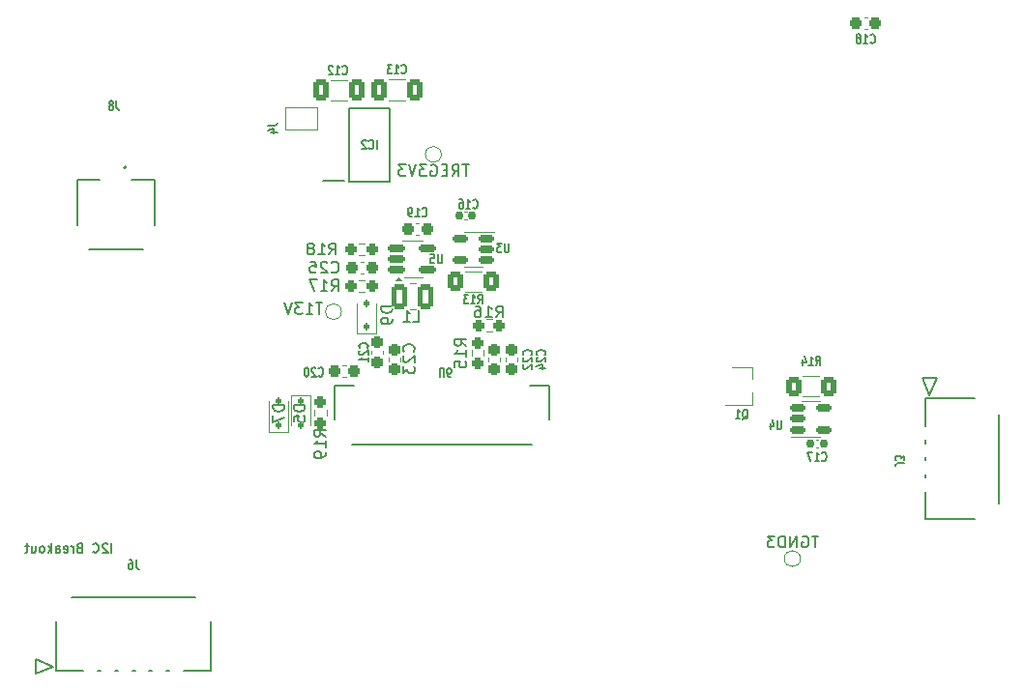
<source format=gbr>
%TF.GenerationSoftware,KiCad,Pcbnew,8.0.6-1.fc40*%
%TF.CreationDate,2024-10-27T15:38:32-04:00*%
%TF.ProjectId,payload_board,7061796c-6f61-4645-9f62-6f6172642e6b,rev?*%
%TF.SameCoordinates,Original*%
%TF.FileFunction,Legend,Bot*%
%TF.FilePolarity,Positive*%
%FSLAX46Y46*%
G04 Gerber Fmt 4.6, Leading zero omitted, Abs format (unit mm)*
G04 Created by KiCad (PCBNEW 8.0.6-1.fc40) date 2024-10-27 15:38:32*
%MOMM*%
%LPD*%
G01*
G04 APERTURE LIST*
G04 Aperture macros list*
%AMRoundRect*
0 Rectangle with rounded corners*
0 $1 Rounding radius*
0 $2 $3 $4 $5 $6 $7 $8 $9 X,Y pos of 4 corners*
0 Add a 4 corners polygon primitive as box body*
4,1,4,$2,$3,$4,$5,$6,$7,$8,$9,$2,$3,0*
0 Add four circle primitives for the rounded corners*
1,1,$1+$1,$2,$3*
1,1,$1+$1,$4,$5*
1,1,$1+$1,$6,$7*
1,1,$1+$1,$8,$9*
0 Add four rect primitives between the rounded corners*
20,1,$1+$1,$2,$3,$4,$5,0*
20,1,$1+$1,$4,$5,$6,$7,0*
20,1,$1+$1,$6,$7,$8,$9,0*
20,1,$1+$1,$8,$9,$2,$3,0*%
%AMFreePoly0*
4,1,6,1.000000,0.000000,0.500000,-0.750000,-0.500000,-0.750000,-0.500000,0.750000,0.500000,0.750000,1.000000,0.000000,1.000000,0.000000,$1*%
%AMFreePoly1*
4,1,6,0.500000,-0.750000,-0.650000,-0.750000,-0.150000,0.000000,-0.650000,0.750000,0.500000,0.750000,0.500000,-0.750000,0.500000,-0.750000,$1*%
G04 Aperture macros list end*
%ADD10C,0.150000*%
%ADD11C,0.120000*%
%ADD12C,0.127000*%
%ADD13C,0.200000*%
%ADD14C,0.152400*%
%ADD15R,1.700000X1.700000*%
%ADD16O,1.700000X1.700000*%
%ADD17C,5.250000*%
%ADD18C,3.301600*%
%ADD19O,2.568400X1.360400*%
%ADD20RoundRect,0.237500X0.237500X-0.250000X0.237500X0.250000X-0.237500X0.250000X-0.237500X-0.250000X0*%
%ADD21RoundRect,0.112500X-0.112500X0.187500X-0.112500X-0.187500X0.112500X-0.187500X0.112500X0.187500X0*%
%ADD22R,0.600000X1.000000*%
%ADD23R,1.250000X1.800000*%
%ADD24RoundRect,0.250000X-0.400000X-0.625000X0.400000X-0.625000X0.400000X0.625000X-0.400000X0.625000X0*%
%ADD25RoundRect,0.150000X-0.512500X-0.150000X0.512500X-0.150000X0.512500X0.150000X-0.512500X0.150000X0*%
%ADD26RoundRect,0.237500X-0.300000X-0.237500X0.300000X-0.237500X0.300000X0.237500X-0.300000X0.237500X0*%
%ADD27RoundRect,0.237500X0.250000X0.237500X-0.250000X0.237500X-0.250000X-0.237500X0.250000X-0.237500X0*%
%ADD28FreePoly0,180.000000*%
%ADD29FreePoly1,180.000000*%
%ADD30RoundRect,0.237500X-0.237500X0.300000X-0.237500X-0.300000X0.237500X-0.300000X0.237500X0.300000X0*%
%ADD31RoundRect,0.155000X-0.212500X-0.155000X0.212500X-0.155000X0.212500X0.155000X-0.212500X0.155000X0*%
%ADD32C,1.000000*%
%ADD33RoundRect,0.112500X0.112500X-0.187500X0.112500X0.187500X-0.112500X0.187500X-0.112500X-0.187500X0*%
%ADD34R,0.900000X0.800000*%
%ADD35RoundRect,0.250000X0.412500X0.650000X-0.412500X0.650000X-0.412500X-0.650000X0.412500X-0.650000X0*%
%ADD36R,1.524000X1.701800*%
%ADD37R,0.254000X0.812800*%
%ADD38RoundRect,0.150000X0.512500X0.150000X-0.512500X0.150000X-0.512500X-0.150000X0.512500X-0.150000X0*%
%ADD39R,1.000000X0.600000*%
%ADD40R,1.800000X1.250000*%
%ADD41RoundRect,0.237500X-0.250000X-0.237500X0.250000X-0.237500X0.250000X0.237500X-0.250000X0.237500X0*%
%ADD42RoundRect,0.237500X-0.237500X0.250000X-0.237500X-0.250000X0.237500X-0.250000X0.237500X0.250000X0*%
%ADD43R,1.850000X0.900000*%
%ADD44R,1.850000X3.200000*%
%ADD45RoundRect,0.237500X0.300000X0.237500X-0.300000X0.237500X-0.300000X-0.237500X0.300000X-0.237500X0*%
%ADD46RoundRect,0.162500X-0.617500X-0.162500X0.617500X-0.162500X0.617500X0.162500X-0.617500X0.162500X0*%
%ADD47RoundRect,0.250001X0.462499X0.849999X-0.462499X0.849999X-0.462499X-0.849999X0.462499X-0.849999X0*%
%ADD48RoundRect,0.250000X-0.412500X-0.650000X0.412500X-0.650000X0.412500X0.650000X-0.412500X0.650000X0*%
G04 APERTURE END LIST*
D10*
X33950839Y-96904295D02*
X33950839Y-96104295D01*
X33607983Y-96180485D02*
X33569887Y-96142390D01*
X33569887Y-96142390D02*
X33493697Y-96104295D01*
X33493697Y-96104295D02*
X33303221Y-96104295D01*
X33303221Y-96104295D02*
X33227030Y-96142390D01*
X33227030Y-96142390D02*
X33188935Y-96180485D01*
X33188935Y-96180485D02*
X33150840Y-96256676D01*
X33150840Y-96256676D02*
X33150840Y-96332866D01*
X33150840Y-96332866D02*
X33188935Y-96447152D01*
X33188935Y-96447152D02*
X33646078Y-96904295D01*
X33646078Y-96904295D02*
X33150840Y-96904295D01*
X32350839Y-96828104D02*
X32388935Y-96866200D01*
X32388935Y-96866200D02*
X32503220Y-96904295D01*
X32503220Y-96904295D02*
X32579411Y-96904295D01*
X32579411Y-96904295D02*
X32693697Y-96866200D01*
X32693697Y-96866200D02*
X32769887Y-96790009D01*
X32769887Y-96790009D02*
X32807982Y-96713819D01*
X32807982Y-96713819D02*
X32846078Y-96561438D01*
X32846078Y-96561438D02*
X32846078Y-96447152D01*
X32846078Y-96447152D02*
X32807982Y-96294771D01*
X32807982Y-96294771D02*
X32769887Y-96218580D01*
X32769887Y-96218580D02*
X32693697Y-96142390D01*
X32693697Y-96142390D02*
X32579411Y-96104295D01*
X32579411Y-96104295D02*
X32503220Y-96104295D01*
X32503220Y-96104295D02*
X32388935Y-96142390D01*
X32388935Y-96142390D02*
X32350839Y-96180485D01*
X31131792Y-96485247D02*
X31017506Y-96523342D01*
X31017506Y-96523342D02*
X30979411Y-96561438D01*
X30979411Y-96561438D02*
X30941315Y-96637628D01*
X30941315Y-96637628D02*
X30941315Y-96751914D01*
X30941315Y-96751914D02*
X30979411Y-96828104D01*
X30979411Y-96828104D02*
X31017506Y-96866200D01*
X31017506Y-96866200D02*
X31093696Y-96904295D01*
X31093696Y-96904295D02*
X31398458Y-96904295D01*
X31398458Y-96904295D02*
X31398458Y-96104295D01*
X31398458Y-96104295D02*
X31131792Y-96104295D01*
X31131792Y-96104295D02*
X31055601Y-96142390D01*
X31055601Y-96142390D02*
X31017506Y-96180485D01*
X31017506Y-96180485D02*
X30979411Y-96256676D01*
X30979411Y-96256676D02*
X30979411Y-96332866D01*
X30979411Y-96332866D02*
X31017506Y-96409057D01*
X31017506Y-96409057D02*
X31055601Y-96447152D01*
X31055601Y-96447152D02*
X31131792Y-96485247D01*
X31131792Y-96485247D02*
X31398458Y-96485247D01*
X30598458Y-96904295D02*
X30598458Y-96370961D01*
X30598458Y-96523342D02*
X30560363Y-96447152D01*
X30560363Y-96447152D02*
X30522268Y-96409057D01*
X30522268Y-96409057D02*
X30446077Y-96370961D01*
X30446077Y-96370961D02*
X30369887Y-96370961D01*
X29798458Y-96866200D02*
X29874649Y-96904295D01*
X29874649Y-96904295D02*
X30027030Y-96904295D01*
X30027030Y-96904295D02*
X30103220Y-96866200D01*
X30103220Y-96866200D02*
X30141316Y-96790009D01*
X30141316Y-96790009D02*
X30141316Y-96485247D01*
X30141316Y-96485247D02*
X30103220Y-96409057D01*
X30103220Y-96409057D02*
X30027030Y-96370961D01*
X30027030Y-96370961D02*
X29874649Y-96370961D01*
X29874649Y-96370961D02*
X29798458Y-96409057D01*
X29798458Y-96409057D02*
X29760363Y-96485247D01*
X29760363Y-96485247D02*
X29760363Y-96561438D01*
X29760363Y-96561438D02*
X30141316Y-96637628D01*
X29074649Y-96904295D02*
X29074649Y-96485247D01*
X29074649Y-96485247D02*
X29112744Y-96409057D01*
X29112744Y-96409057D02*
X29188935Y-96370961D01*
X29188935Y-96370961D02*
X29341316Y-96370961D01*
X29341316Y-96370961D02*
X29417506Y-96409057D01*
X29074649Y-96866200D02*
X29150840Y-96904295D01*
X29150840Y-96904295D02*
X29341316Y-96904295D01*
X29341316Y-96904295D02*
X29417506Y-96866200D01*
X29417506Y-96866200D02*
X29455602Y-96790009D01*
X29455602Y-96790009D02*
X29455602Y-96713819D01*
X29455602Y-96713819D02*
X29417506Y-96637628D01*
X29417506Y-96637628D02*
X29341316Y-96599533D01*
X29341316Y-96599533D02*
X29150840Y-96599533D01*
X29150840Y-96599533D02*
X29074649Y-96561438D01*
X28693696Y-96904295D02*
X28693696Y-96104295D01*
X28617506Y-96599533D02*
X28388934Y-96904295D01*
X28388934Y-96370961D02*
X28693696Y-96675723D01*
X27931792Y-96904295D02*
X28007982Y-96866200D01*
X28007982Y-96866200D02*
X28046077Y-96828104D01*
X28046077Y-96828104D02*
X28084173Y-96751914D01*
X28084173Y-96751914D02*
X28084173Y-96523342D01*
X28084173Y-96523342D02*
X28046077Y-96447152D01*
X28046077Y-96447152D02*
X28007982Y-96409057D01*
X28007982Y-96409057D02*
X27931792Y-96370961D01*
X27931792Y-96370961D02*
X27817506Y-96370961D01*
X27817506Y-96370961D02*
X27741315Y-96409057D01*
X27741315Y-96409057D02*
X27703220Y-96447152D01*
X27703220Y-96447152D02*
X27665125Y-96523342D01*
X27665125Y-96523342D02*
X27665125Y-96751914D01*
X27665125Y-96751914D02*
X27703220Y-96828104D01*
X27703220Y-96828104D02*
X27741315Y-96866200D01*
X27741315Y-96866200D02*
X27817506Y-96904295D01*
X27817506Y-96904295D02*
X27931792Y-96904295D01*
X26979410Y-96370961D02*
X26979410Y-96904295D01*
X27322267Y-96370961D02*
X27322267Y-96790009D01*
X27322267Y-96790009D02*
X27284172Y-96866200D01*
X27284172Y-96866200D02*
X27207982Y-96904295D01*
X27207982Y-96904295D02*
X27093696Y-96904295D01*
X27093696Y-96904295D02*
X27017505Y-96866200D01*
X27017505Y-96866200D02*
X26979410Y-96828104D01*
X26712743Y-96370961D02*
X26407981Y-96370961D01*
X26598457Y-96104295D02*
X26598457Y-96790009D01*
X26598457Y-96790009D02*
X26560362Y-96866200D01*
X26560362Y-96866200D02*
X26484172Y-96904295D01*
X26484172Y-96904295D02*
X26407981Y-96904295D01*
X52704819Y-86727142D02*
X52228628Y-86393809D01*
X52704819Y-86155714D02*
X51704819Y-86155714D01*
X51704819Y-86155714D02*
X51704819Y-86536666D01*
X51704819Y-86536666D02*
X51752438Y-86631904D01*
X51752438Y-86631904D02*
X51800057Y-86679523D01*
X51800057Y-86679523D02*
X51895295Y-86727142D01*
X51895295Y-86727142D02*
X52038152Y-86727142D01*
X52038152Y-86727142D02*
X52133390Y-86679523D01*
X52133390Y-86679523D02*
X52181009Y-86631904D01*
X52181009Y-86631904D02*
X52228628Y-86536666D01*
X52228628Y-86536666D02*
X52228628Y-86155714D01*
X52704819Y-87679523D02*
X52704819Y-87108095D01*
X52704819Y-87393809D02*
X51704819Y-87393809D01*
X51704819Y-87393809D02*
X51847676Y-87298571D01*
X51847676Y-87298571D02*
X51942914Y-87203333D01*
X51942914Y-87203333D02*
X51990533Y-87108095D01*
X52704819Y-88155714D02*
X52704819Y-88346190D01*
X52704819Y-88346190D02*
X52657200Y-88441428D01*
X52657200Y-88441428D02*
X52609580Y-88489047D01*
X52609580Y-88489047D02*
X52466723Y-88584285D01*
X52466723Y-88584285D02*
X52276247Y-88631904D01*
X52276247Y-88631904D02*
X51895295Y-88631904D01*
X51895295Y-88631904D02*
X51800057Y-88584285D01*
X51800057Y-88584285D02*
X51752438Y-88536666D01*
X51752438Y-88536666D02*
X51704819Y-88441428D01*
X51704819Y-88441428D02*
X51704819Y-88250952D01*
X51704819Y-88250952D02*
X51752438Y-88155714D01*
X51752438Y-88155714D02*
X51800057Y-88108095D01*
X51800057Y-88108095D02*
X51895295Y-88060476D01*
X51895295Y-88060476D02*
X52133390Y-88060476D01*
X52133390Y-88060476D02*
X52228628Y-88108095D01*
X52228628Y-88108095D02*
X52276247Y-88155714D01*
X52276247Y-88155714D02*
X52323866Y-88250952D01*
X52323866Y-88250952D02*
X52323866Y-88441428D01*
X52323866Y-88441428D02*
X52276247Y-88536666D01*
X52276247Y-88536666D02*
X52228628Y-88584285D01*
X52228628Y-88584285D02*
X52133390Y-88631904D01*
X49104819Y-83961905D02*
X48104819Y-83961905D01*
X48104819Y-83961905D02*
X48104819Y-84200000D01*
X48104819Y-84200000D02*
X48152438Y-84342857D01*
X48152438Y-84342857D02*
X48247676Y-84438095D01*
X48247676Y-84438095D02*
X48342914Y-84485714D01*
X48342914Y-84485714D02*
X48533390Y-84533333D01*
X48533390Y-84533333D02*
X48676247Y-84533333D01*
X48676247Y-84533333D02*
X48866723Y-84485714D01*
X48866723Y-84485714D02*
X48961961Y-84438095D01*
X48961961Y-84438095D02*
X49057200Y-84342857D01*
X49057200Y-84342857D02*
X49104819Y-84200000D01*
X49104819Y-84200000D02*
X49104819Y-83961905D01*
X48104819Y-84866667D02*
X48104819Y-85533333D01*
X48104819Y-85533333D02*
X49104819Y-85104762D01*
X34396666Y-57322295D02*
X34396666Y-57893723D01*
X34396666Y-57893723D02*
X34427619Y-58008009D01*
X34427619Y-58008009D02*
X34489523Y-58084200D01*
X34489523Y-58084200D02*
X34582381Y-58122295D01*
X34582381Y-58122295D02*
X34644285Y-58122295D01*
X33994285Y-57665152D02*
X34056190Y-57627057D01*
X34056190Y-57627057D02*
X34087143Y-57588961D01*
X34087143Y-57588961D02*
X34118095Y-57512771D01*
X34118095Y-57512771D02*
X34118095Y-57474676D01*
X34118095Y-57474676D02*
X34087143Y-57398485D01*
X34087143Y-57398485D02*
X34056190Y-57360390D01*
X34056190Y-57360390D02*
X33994285Y-57322295D01*
X33994285Y-57322295D02*
X33870476Y-57322295D01*
X33870476Y-57322295D02*
X33808571Y-57360390D01*
X33808571Y-57360390D02*
X33777619Y-57398485D01*
X33777619Y-57398485D02*
X33746666Y-57474676D01*
X33746666Y-57474676D02*
X33746666Y-57512771D01*
X33746666Y-57512771D02*
X33777619Y-57588961D01*
X33777619Y-57588961D02*
X33808571Y-57627057D01*
X33808571Y-57627057D02*
X33870476Y-57665152D01*
X33870476Y-57665152D02*
X33994285Y-57665152D01*
X33994285Y-57665152D02*
X34056190Y-57703247D01*
X34056190Y-57703247D02*
X34087143Y-57741342D01*
X34087143Y-57741342D02*
X34118095Y-57817533D01*
X34118095Y-57817533D02*
X34118095Y-57969914D01*
X34118095Y-57969914D02*
X34087143Y-58046104D01*
X34087143Y-58046104D02*
X34056190Y-58084200D01*
X34056190Y-58084200D02*
X33994285Y-58122295D01*
X33994285Y-58122295D02*
X33870476Y-58122295D01*
X33870476Y-58122295D02*
X33808571Y-58084200D01*
X33808571Y-58084200D02*
X33777619Y-58046104D01*
X33777619Y-58046104D02*
X33746666Y-57969914D01*
X33746666Y-57969914D02*
X33746666Y-57817533D01*
X33746666Y-57817533D02*
X33777619Y-57741342D01*
X33777619Y-57741342D02*
X33808571Y-57703247D01*
X33808571Y-57703247D02*
X33870476Y-57665152D01*
X66043457Y-75112295D02*
X66260124Y-74731342D01*
X66414886Y-75112295D02*
X66414886Y-74312295D01*
X66414886Y-74312295D02*
X66167267Y-74312295D01*
X66167267Y-74312295D02*
X66105362Y-74350390D01*
X66105362Y-74350390D02*
X66074409Y-74388485D01*
X66074409Y-74388485D02*
X66043457Y-74464676D01*
X66043457Y-74464676D02*
X66043457Y-74578961D01*
X66043457Y-74578961D02*
X66074409Y-74655152D01*
X66074409Y-74655152D02*
X66105362Y-74693247D01*
X66105362Y-74693247D02*
X66167267Y-74731342D01*
X66167267Y-74731342D02*
X66414886Y-74731342D01*
X65424409Y-75112295D02*
X65795838Y-75112295D01*
X65610124Y-75112295D02*
X65610124Y-74312295D01*
X65610124Y-74312295D02*
X65672028Y-74426580D01*
X65672028Y-74426580D02*
X65733933Y-74502771D01*
X65733933Y-74502771D02*
X65795838Y-74540866D01*
X65207742Y-74312295D02*
X64805361Y-74312295D01*
X64805361Y-74312295D02*
X65022028Y-74617057D01*
X65022028Y-74617057D02*
X64929171Y-74617057D01*
X64929171Y-74617057D02*
X64867266Y-74655152D01*
X64867266Y-74655152D02*
X64836314Y-74693247D01*
X64836314Y-74693247D02*
X64805361Y-74769438D01*
X64805361Y-74769438D02*
X64805361Y-74959914D01*
X64805361Y-74959914D02*
X64836314Y-75036104D01*
X64836314Y-75036104D02*
X64867266Y-75074200D01*
X64867266Y-75074200D02*
X64929171Y-75112295D01*
X64929171Y-75112295D02*
X65114885Y-75112295D01*
X65114885Y-75112295D02*
X65176790Y-75074200D01*
X65176790Y-75074200D02*
X65207742Y-75036104D01*
X92616438Y-85313095D02*
X92616438Y-85960714D01*
X92616438Y-85960714D02*
X92585485Y-86036904D01*
X92585485Y-86036904D02*
X92554533Y-86075000D01*
X92554533Y-86075000D02*
X92492628Y-86113095D01*
X92492628Y-86113095D02*
X92368819Y-86113095D01*
X92368819Y-86113095D02*
X92306914Y-86075000D01*
X92306914Y-86075000D02*
X92275961Y-86036904D01*
X92275961Y-86036904D02*
X92245009Y-85960714D01*
X92245009Y-85960714D02*
X92245009Y-85313095D01*
X91656914Y-85579761D02*
X91656914Y-86113095D01*
X91811676Y-85275000D02*
X91966438Y-85846428D01*
X91966438Y-85846428D02*
X91564057Y-85846428D01*
X100417857Y-52216104D02*
X100448809Y-52254200D01*
X100448809Y-52254200D02*
X100541667Y-52292295D01*
X100541667Y-52292295D02*
X100603571Y-52292295D01*
X100603571Y-52292295D02*
X100696428Y-52254200D01*
X100696428Y-52254200D02*
X100758333Y-52178009D01*
X100758333Y-52178009D02*
X100789286Y-52101819D01*
X100789286Y-52101819D02*
X100820238Y-51949438D01*
X100820238Y-51949438D02*
X100820238Y-51835152D01*
X100820238Y-51835152D02*
X100789286Y-51682771D01*
X100789286Y-51682771D02*
X100758333Y-51606580D01*
X100758333Y-51606580D02*
X100696428Y-51530390D01*
X100696428Y-51530390D02*
X100603571Y-51492295D01*
X100603571Y-51492295D02*
X100541667Y-51492295D01*
X100541667Y-51492295D02*
X100448809Y-51530390D01*
X100448809Y-51530390D02*
X100417857Y-51568485D01*
X99798809Y-52292295D02*
X100170238Y-52292295D01*
X99984524Y-52292295D02*
X99984524Y-51492295D01*
X99984524Y-51492295D02*
X100046428Y-51606580D01*
X100046428Y-51606580D02*
X100108333Y-51682771D01*
X100108333Y-51682771D02*
X100170238Y-51720866D01*
X99427380Y-51835152D02*
X99489285Y-51797057D01*
X99489285Y-51797057D02*
X99520238Y-51758961D01*
X99520238Y-51758961D02*
X99551190Y-51682771D01*
X99551190Y-51682771D02*
X99551190Y-51644676D01*
X99551190Y-51644676D02*
X99520238Y-51568485D01*
X99520238Y-51568485D02*
X99489285Y-51530390D01*
X99489285Y-51530390D02*
X99427380Y-51492295D01*
X99427380Y-51492295D02*
X99303571Y-51492295D01*
X99303571Y-51492295D02*
X99241666Y-51530390D01*
X99241666Y-51530390D02*
X99210714Y-51568485D01*
X99210714Y-51568485D02*
X99179761Y-51644676D01*
X99179761Y-51644676D02*
X99179761Y-51682771D01*
X99179761Y-51682771D02*
X99210714Y-51758961D01*
X99210714Y-51758961D02*
X99241666Y-51797057D01*
X99241666Y-51797057D02*
X99303571Y-51835152D01*
X99303571Y-51835152D02*
X99427380Y-51835152D01*
X99427380Y-51835152D02*
X99489285Y-51873247D01*
X99489285Y-51873247D02*
X99520238Y-51911342D01*
X99520238Y-51911342D02*
X99551190Y-51987533D01*
X99551190Y-51987533D02*
X99551190Y-52139914D01*
X99551190Y-52139914D02*
X99520238Y-52216104D01*
X99520238Y-52216104D02*
X99489285Y-52254200D01*
X99489285Y-52254200D02*
X99427380Y-52292295D01*
X99427380Y-52292295D02*
X99303571Y-52292295D01*
X99303571Y-52292295D02*
X99241666Y-52254200D01*
X99241666Y-52254200D02*
X99210714Y-52216104D01*
X99210714Y-52216104D02*
X99179761Y-52139914D01*
X99179761Y-52139914D02*
X99179761Y-51987533D01*
X99179761Y-51987533D02*
X99210714Y-51911342D01*
X99210714Y-51911342D02*
X99241666Y-51873247D01*
X99241666Y-51873247D02*
X99303571Y-51835152D01*
X53017858Y-70804819D02*
X53351191Y-70328628D01*
X53589286Y-70804819D02*
X53589286Y-69804819D01*
X53589286Y-69804819D02*
X53208334Y-69804819D01*
X53208334Y-69804819D02*
X53113096Y-69852438D01*
X53113096Y-69852438D02*
X53065477Y-69900057D01*
X53065477Y-69900057D02*
X53017858Y-69995295D01*
X53017858Y-69995295D02*
X53017858Y-70138152D01*
X53017858Y-70138152D02*
X53065477Y-70233390D01*
X53065477Y-70233390D02*
X53113096Y-70281009D01*
X53113096Y-70281009D02*
X53208334Y-70328628D01*
X53208334Y-70328628D02*
X53589286Y-70328628D01*
X52065477Y-70804819D02*
X52636905Y-70804819D01*
X52351191Y-70804819D02*
X52351191Y-69804819D01*
X52351191Y-69804819D02*
X52446429Y-69947676D01*
X52446429Y-69947676D02*
X52541667Y-70042914D01*
X52541667Y-70042914D02*
X52636905Y-70090533D01*
X51494048Y-70233390D02*
X51589286Y-70185771D01*
X51589286Y-70185771D02*
X51636905Y-70138152D01*
X51636905Y-70138152D02*
X51684524Y-70042914D01*
X51684524Y-70042914D02*
X51684524Y-69995295D01*
X51684524Y-69995295D02*
X51636905Y-69900057D01*
X51636905Y-69900057D02*
X51589286Y-69852438D01*
X51589286Y-69852438D02*
X51494048Y-69804819D01*
X51494048Y-69804819D02*
X51303572Y-69804819D01*
X51303572Y-69804819D02*
X51208334Y-69852438D01*
X51208334Y-69852438D02*
X51160715Y-69900057D01*
X51160715Y-69900057D02*
X51113096Y-69995295D01*
X51113096Y-69995295D02*
X51113096Y-70042914D01*
X51113096Y-70042914D02*
X51160715Y-70138152D01*
X51160715Y-70138152D02*
X51208334Y-70185771D01*
X51208334Y-70185771D02*
X51303572Y-70233390D01*
X51303572Y-70233390D02*
X51494048Y-70233390D01*
X51494048Y-70233390D02*
X51589286Y-70281009D01*
X51589286Y-70281009D02*
X51636905Y-70328628D01*
X51636905Y-70328628D02*
X51684524Y-70423866D01*
X51684524Y-70423866D02*
X51684524Y-70614342D01*
X51684524Y-70614342D02*
X51636905Y-70709580D01*
X51636905Y-70709580D02*
X51589286Y-70757200D01*
X51589286Y-70757200D02*
X51494048Y-70804819D01*
X51494048Y-70804819D02*
X51303572Y-70804819D01*
X51303572Y-70804819D02*
X51208334Y-70757200D01*
X51208334Y-70757200D02*
X51160715Y-70709580D01*
X51160715Y-70709580D02*
X51113096Y-70614342D01*
X51113096Y-70614342D02*
X51113096Y-70423866D01*
X51113096Y-70423866D02*
X51160715Y-70328628D01*
X51160715Y-70328628D02*
X51208334Y-70281009D01*
X51208334Y-70281009D02*
X51303572Y-70233390D01*
X52087857Y-81406104D02*
X52118809Y-81444200D01*
X52118809Y-81444200D02*
X52211667Y-81482295D01*
X52211667Y-81482295D02*
X52273571Y-81482295D01*
X52273571Y-81482295D02*
X52366428Y-81444200D01*
X52366428Y-81444200D02*
X52428333Y-81368009D01*
X52428333Y-81368009D02*
X52459286Y-81291819D01*
X52459286Y-81291819D02*
X52490238Y-81139438D01*
X52490238Y-81139438D02*
X52490238Y-81025152D01*
X52490238Y-81025152D02*
X52459286Y-80872771D01*
X52459286Y-80872771D02*
X52428333Y-80796580D01*
X52428333Y-80796580D02*
X52366428Y-80720390D01*
X52366428Y-80720390D02*
X52273571Y-80682295D01*
X52273571Y-80682295D02*
X52211667Y-80682295D01*
X52211667Y-80682295D02*
X52118809Y-80720390D01*
X52118809Y-80720390D02*
X52087857Y-80758485D01*
X51840238Y-80758485D02*
X51809286Y-80720390D01*
X51809286Y-80720390D02*
X51747381Y-80682295D01*
X51747381Y-80682295D02*
X51592619Y-80682295D01*
X51592619Y-80682295D02*
X51530714Y-80720390D01*
X51530714Y-80720390D02*
X51499762Y-80758485D01*
X51499762Y-80758485D02*
X51468809Y-80834676D01*
X51468809Y-80834676D02*
X51468809Y-80910866D01*
X51468809Y-80910866D02*
X51499762Y-81025152D01*
X51499762Y-81025152D02*
X51871190Y-81482295D01*
X51871190Y-81482295D02*
X51468809Y-81482295D01*
X51066428Y-80682295D02*
X51004523Y-80682295D01*
X51004523Y-80682295D02*
X50942619Y-80720390D01*
X50942619Y-80720390D02*
X50911666Y-80758485D01*
X50911666Y-80758485D02*
X50880714Y-80834676D01*
X50880714Y-80834676D02*
X50849761Y-80987057D01*
X50849761Y-80987057D02*
X50849761Y-81177533D01*
X50849761Y-81177533D02*
X50880714Y-81329914D01*
X50880714Y-81329914D02*
X50911666Y-81406104D01*
X50911666Y-81406104D02*
X50942619Y-81444200D01*
X50942619Y-81444200D02*
X51004523Y-81482295D01*
X51004523Y-81482295D02*
X51066428Y-81482295D01*
X51066428Y-81482295D02*
X51128333Y-81444200D01*
X51128333Y-81444200D02*
X51159285Y-81406104D01*
X51159285Y-81406104D02*
X51190238Y-81329914D01*
X51190238Y-81329914D02*
X51221190Y-81177533D01*
X51221190Y-81177533D02*
X51221190Y-80987057D01*
X51221190Y-80987057D02*
X51190238Y-80834676D01*
X51190238Y-80834676D02*
X51159285Y-80758485D01*
X51159285Y-80758485D02*
X51128333Y-80720390D01*
X51128333Y-80720390D02*
X51066428Y-80682295D01*
X95637857Y-80499695D02*
X95854524Y-80118742D01*
X96009286Y-80499695D02*
X96009286Y-79699695D01*
X96009286Y-79699695D02*
X95761667Y-79699695D01*
X95761667Y-79699695D02*
X95699762Y-79737790D01*
X95699762Y-79737790D02*
X95668809Y-79775885D01*
X95668809Y-79775885D02*
X95637857Y-79852076D01*
X95637857Y-79852076D02*
X95637857Y-79966361D01*
X95637857Y-79966361D02*
X95668809Y-80042552D01*
X95668809Y-80042552D02*
X95699762Y-80080647D01*
X95699762Y-80080647D02*
X95761667Y-80118742D01*
X95761667Y-80118742D02*
X96009286Y-80118742D01*
X95018809Y-80499695D02*
X95390238Y-80499695D01*
X95204524Y-80499695D02*
X95204524Y-79699695D01*
X95204524Y-79699695D02*
X95266428Y-79813980D01*
X95266428Y-79813980D02*
X95328333Y-79890171D01*
X95328333Y-79890171D02*
X95390238Y-79928266D01*
X94461666Y-79966361D02*
X94461666Y-80499695D01*
X94616428Y-79661600D02*
X94771190Y-80233028D01*
X94771190Y-80233028D02*
X94368809Y-80233028D01*
X47662295Y-59475833D02*
X48233723Y-59475833D01*
X48233723Y-59475833D02*
X48348009Y-59444880D01*
X48348009Y-59444880D02*
X48424200Y-59382976D01*
X48424200Y-59382976D02*
X48462295Y-59290118D01*
X48462295Y-59290118D02*
X48462295Y-59228214D01*
X47928961Y-60063928D02*
X48462295Y-60063928D01*
X47624200Y-59909166D02*
X48195628Y-59754404D01*
X48195628Y-59754404D02*
X48195628Y-60156785D01*
X60399580Y-79287142D02*
X60447200Y-79239523D01*
X60447200Y-79239523D02*
X60494819Y-79096666D01*
X60494819Y-79096666D02*
X60494819Y-79001428D01*
X60494819Y-79001428D02*
X60447200Y-78858571D01*
X60447200Y-78858571D02*
X60351961Y-78763333D01*
X60351961Y-78763333D02*
X60256723Y-78715714D01*
X60256723Y-78715714D02*
X60066247Y-78668095D01*
X60066247Y-78668095D02*
X59923390Y-78668095D01*
X59923390Y-78668095D02*
X59732914Y-78715714D01*
X59732914Y-78715714D02*
X59637676Y-78763333D01*
X59637676Y-78763333D02*
X59542438Y-78858571D01*
X59542438Y-78858571D02*
X59494819Y-79001428D01*
X59494819Y-79001428D02*
X59494819Y-79096666D01*
X59494819Y-79096666D02*
X59542438Y-79239523D01*
X59542438Y-79239523D02*
X59590057Y-79287142D01*
X59590057Y-79668095D02*
X59542438Y-79715714D01*
X59542438Y-79715714D02*
X59494819Y-79810952D01*
X59494819Y-79810952D02*
X59494819Y-80049047D01*
X59494819Y-80049047D02*
X59542438Y-80144285D01*
X59542438Y-80144285D02*
X59590057Y-80191904D01*
X59590057Y-80191904D02*
X59685295Y-80239523D01*
X59685295Y-80239523D02*
X59780533Y-80239523D01*
X59780533Y-80239523D02*
X59923390Y-80191904D01*
X59923390Y-80191904D02*
X60494819Y-79620476D01*
X60494819Y-79620476D02*
X60494819Y-80239523D01*
X59494819Y-80572857D02*
X59494819Y-81191904D01*
X59494819Y-81191904D02*
X59875771Y-80858571D01*
X59875771Y-80858571D02*
X59875771Y-81001428D01*
X59875771Y-81001428D02*
X59923390Y-81096666D01*
X59923390Y-81096666D02*
X59971009Y-81144285D01*
X59971009Y-81144285D02*
X60066247Y-81191904D01*
X60066247Y-81191904D02*
X60304342Y-81191904D01*
X60304342Y-81191904D02*
X60399580Y-81144285D01*
X60399580Y-81144285D02*
X60447200Y-81096666D01*
X60447200Y-81096666D02*
X60494819Y-81001428D01*
X60494819Y-81001428D02*
X60494819Y-80715714D01*
X60494819Y-80715714D02*
X60447200Y-80620476D01*
X60447200Y-80620476D02*
X60399580Y-80572857D01*
X65617857Y-66686104D02*
X65648809Y-66724200D01*
X65648809Y-66724200D02*
X65741667Y-66762295D01*
X65741667Y-66762295D02*
X65803571Y-66762295D01*
X65803571Y-66762295D02*
X65896428Y-66724200D01*
X65896428Y-66724200D02*
X65958333Y-66648009D01*
X65958333Y-66648009D02*
X65989286Y-66571819D01*
X65989286Y-66571819D02*
X66020238Y-66419438D01*
X66020238Y-66419438D02*
X66020238Y-66305152D01*
X66020238Y-66305152D02*
X65989286Y-66152771D01*
X65989286Y-66152771D02*
X65958333Y-66076580D01*
X65958333Y-66076580D02*
X65896428Y-66000390D01*
X65896428Y-66000390D02*
X65803571Y-65962295D01*
X65803571Y-65962295D02*
X65741667Y-65962295D01*
X65741667Y-65962295D02*
X65648809Y-66000390D01*
X65648809Y-66000390D02*
X65617857Y-66038485D01*
X64998809Y-66762295D02*
X65370238Y-66762295D01*
X65184524Y-66762295D02*
X65184524Y-65962295D01*
X65184524Y-65962295D02*
X65246428Y-66076580D01*
X65246428Y-66076580D02*
X65308333Y-66152771D01*
X65308333Y-66152771D02*
X65370238Y-66190866D01*
X64441666Y-65962295D02*
X64565476Y-65962295D01*
X64565476Y-65962295D02*
X64627380Y-66000390D01*
X64627380Y-66000390D02*
X64658333Y-66038485D01*
X64658333Y-66038485D02*
X64720238Y-66152771D01*
X64720238Y-66152771D02*
X64751190Y-66305152D01*
X64751190Y-66305152D02*
X64751190Y-66609914D01*
X64751190Y-66609914D02*
X64720238Y-66686104D01*
X64720238Y-66686104D02*
X64689285Y-66724200D01*
X64689285Y-66724200D02*
X64627380Y-66762295D01*
X64627380Y-66762295D02*
X64503571Y-66762295D01*
X64503571Y-66762295D02*
X64441666Y-66724200D01*
X64441666Y-66724200D02*
X64410714Y-66686104D01*
X64410714Y-66686104D02*
X64379761Y-66609914D01*
X64379761Y-66609914D02*
X64379761Y-66419438D01*
X64379761Y-66419438D02*
X64410714Y-66343247D01*
X64410714Y-66343247D02*
X64441666Y-66305152D01*
X64441666Y-66305152D02*
X64503571Y-66267057D01*
X64503571Y-66267057D02*
X64627380Y-66267057D01*
X64627380Y-66267057D02*
X64689285Y-66305152D01*
X64689285Y-66305152D02*
X64720238Y-66343247D01*
X64720238Y-66343247D02*
X64751190Y-66419438D01*
X95865713Y-95446819D02*
X95294285Y-95446819D01*
X95579999Y-96446819D02*
X95579999Y-95446819D01*
X94437142Y-95494438D02*
X94532380Y-95446819D01*
X94532380Y-95446819D02*
X94675237Y-95446819D01*
X94675237Y-95446819D02*
X94818094Y-95494438D01*
X94818094Y-95494438D02*
X94913332Y-95589676D01*
X94913332Y-95589676D02*
X94960951Y-95684914D01*
X94960951Y-95684914D02*
X95008570Y-95875390D01*
X95008570Y-95875390D02*
X95008570Y-96018247D01*
X95008570Y-96018247D02*
X94960951Y-96208723D01*
X94960951Y-96208723D02*
X94913332Y-96303961D01*
X94913332Y-96303961D02*
X94818094Y-96399200D01*
X94818094Y-96399200D02*
X94675237Y-96446819D01*
X94675237Y-96446819D02*
X94579999Y-96446819D01*
X94579999Y-96446819D02*
X94437142Y-96399200D01*
X94437142Y-96399200D02*
X94389523Y-96351580D01*
X94389523Y-96351580D02*
X94389523Y-96018247D01*
X94389523Y-96018247D02*
X94579999Y-96018247D01*
X93960951Y-96446819D02*
X93960951Y-95446819D01*
X93960951Y-95446819D02*
X93389523Y-96446819D01*
X93389523Y-96446819D02*
X93389523Y-95446819D01*
X92913332Y-96446819D02*
X92913332Y-95446819D01*
X92913332Y-95446819D02*
X92675237Y-95446819D01*
X92675237Y-95446819D02*
X92532380Y-95494438D01*
X92532380Y-95494438D02*
X92437142Y-95589676D01*
X92437142Y-95589676D02*
X92389523Y-95684914D01*
X92389523Y-95684914D02*
X92341904Y-95875390D01*
X92341904Y-95875390D02*
X92341904Y-96018247D01*
X92341904Y-96018247D02*
X92389523Y-96208723D01*
X92389523Y-96208723D02*
X92437142Y-96303961D01*
X92437142Y-96303961D02*
X92532380Y-96399200D01*
X92532380Y-96399200D02*
X92675237Y-96446819D01*
X92675237Y-96446819D02*
X92913332Y-96446819D01*
X92008570Y-95446819D02*
X91389523Y-95446819D01*
X91389523Y-95446819D02*
X91722856Y-95827771D01*
X91722856Y-95827771D02*
X91579999Y-95827771D01*
X91579999Y-95827771D02*
X91484761Y-95875390D01*
X91484761Y-95875390D02*
X91437142Y-95923009D01*
X91437142Y-95923009D02*
X91389523Y-96018247D01*
X91389523Y-96018247D02*
X91389523Y-96256342D01*
X91389523Y-96256342D02*
X91437142Y-96351580D01*
X91437142Y-96351580D02*
X91484761Y-96399200D01*
X91484761Y-96399200D02*
X91579999Y-96446819D01*
X91579999Y-96446819D02*
X91865713Y-96446819D01*
X91865713Y-96446819D02*
X91960951Y-96399200D01*
X91960951Y-96399200D02*
X92008570Y-96351580D01*
X58554820Y-75361905D02*
X57554820Y-75361905D01*
X57554820Y-75361905D02*
X57554820Y-75600000D01*
X57554820Y-75600000D02*
X57602439Y-75742857D01*
X57602439Y-75742857D02*
X57697677Y-75838095D01*
X57697677Y-75838095D02*
X57792915Y-75885714D01*
X57792915Y-75885714D02*
X57983391Y-75933333D01*
X57983391Y-75933333D02*
X58126248Y-75933333D01*
X58126248Y-75933333D02*
X58316724Y-75885714D01*
X58316724Y-75885714D02*
X58411962Y-75838095D01*
X58411962Y-75838095D02*
X58507201Y-75742857D01*
X58507201Y-75742857D02*
X58554820Y-75600000D01*
X58554820Y-75600000D02*
X58554820Y-75361905D01*
X58554820Y-76409524D02*
X58554820Y-76600000D01*
X58554820Y-76600000D02*
X58507201Y-76695238D01*
X58507201Y-76695238D02*
X58459581Y-76742857D01*
X58459581Y-76742857D02*
X58316724Y-76838095D01*
X58316724Y-76838095D02*
X58126248Y-76885714D01*
X58126248Y-76885714D02*
X57745296Y-76885714D01*
X57745296Y-76885714D02*
X57650058Y-76838095D01*
X57650058Y-76838095D02*
X57602439Y-76790476D01*
X57602439Y-76790476D02*
X57554820Y-76695238D01*
X57554820Y-76695238D02*
X57554820Y-76504762D01*
X57554820Y-76504762D02*
X57602439Y-76409524D01*
X57602439Y-76409524D02*
X57650058Y-76361905D01*
X57650058Y-76361905D02*
X57745296Y-76314286D01*
X57745296Y-76314286D02*
X57983391Y-76314286D01*
X57983391Y-76314286D02*
X58078629Y-76361905D01*
X58078629Y-76361905D02*
X58126248Y-76409524D01*
X58126248Y-76409524D02*
X58173867Y-76504762D01*
X58173867Y-76504762D02*
X58173867Y-76695238D01*
X58173867Y-76695238D02*
X58126248Y-76790476D01*
X58126248Y-76790476D02*
X58078629Y-76838095D01*
X58078629Y-76838095D02*
X57983391Y-76885714D01*
X89215904Y-85234485D02*
X89277809Y-85196390D01*
X89277809Y-85196390D02*
X89339714Y-85120200D01*
X89339714Y-85120200D02*
X89432571Y-85005914D01*
X89432571Y-85005914D02*
X89494476Y-84967819D01*
X89494476Y-84967819D02*
X89556380Y-84967819D01*
X89525428Y-85158295D02*
X89587333Y-85120200D01*
X89587333Y-85120200D02*
X89649238Y-85044009D01*
X89649238Y-85044009D02*
X89680190Y-84891628D01*
X89680190Y-84891628D02*
X89680190Y-84624961D01*
X89680190Y-84624961D02*
X89649238Y-84472580D01*
X89649238Y-84472580D02*
X89587333Y-84396390D01*
X89587333Y-84396390D02*
X89525428Y-84358295D01*
X89525428Y-84358295D02*
X89401619Y-84358295D01*
X89401619Y-84358295D02*
X89339714Y-84396390D01*
X89339714Y-84396390D02*
X89277809Y-84472580D01*
X89277809Y-84472580D02*
X89246857Y-84624961D01*
X89246857Y-84624961D02*
X89246857Y-84891628D01*
X89246857Y-84891628D02*
X89277809Y-85044009D01*
X89277809Y-85044009D02*
X89339714Y-85120200D01*
X89339714Y-85120200D02*
X89401619Y-85158295D01*
X89401619Y-85158295D02*
X89525428Y-85158295D01*
X88627809Y-85158295D02*
X88999238Y-85158295D01*
X88813524Y-85158295D02*
X88813524Y-84358295D01*
X88813524Y-84358295D02*
X88875428Y-84472580D01*
X88875428Y-84472580D02*
X88937333Y-84548771D01*
X88937333Y-84548771D02*
X88999238Y-84586866D01*
X59347857Y-54888604D02*
X59378809Y-54926700D01*
X59378809Y-54926700D02*
X59471667Y-54964795D01*
X59471667Y-54964795D02*
X59533571Y-54964795D01*
X59533571Y-54964795D02*
X59626428Y-54926700D01*
X59626428Y-54926700D02*
X59688333Y-54850509D01*
X59688333Y-54850509D02*
X59719286Y-54774319D01*
X59719286Y-54774319D02*
X59750238Y-54621938D01*
X59750238Y-54621938D02*
X59750238Y-54507652D01*
X59750238Y-54507652D02*
X59719286Y-54355271D01*
X59719286Y-54355271D02*
X59688333Y-54279080D01*
X59688333Y-54279080D02*
X59626428Y-54202890D01*
X59626428Y-54202890D02*
X59533571Y-54164795D01*
X59533571Y-54164795D02*
X59471667Y-54164795D01*
X59471667Y-54164795D02*
X59378809Y-54202890D01*
X59378809Y-54202890D02*
X59347857Y-54240985D01*
X58728809Y-54964795D02*
X59100238Y-54964795D01*
X58914524Y-54964795D02*
X58914524Y-54164795D01*
X58914524Y-54164795D02*
X58976428Y-54279080D01*
X58976428Y-54279080D02*
X59038333Y-54355271D01*
X59038333Y-54355271D02*
X59100238Y-54393366D01*
X58512142Y-54164795D02*
X58109761Y-54164795D01*
X58109761Y-54164795D02*
X58326428Y-54469557D01*
X58326428Y-54469557D02*
X58233571Y-54469557D01*
X58233571Y-54469557D02*
X58171666Y-54507652D01*
X58171666Y-54507652D02*
X58140714Y-54545747D01*
X58140714Y-54545747D02*
X58109761Y-54621938D01*
X58109761Y-54621938D02*
X58109761Y-54812414D01*
X58109761Y-54812414D02*
X58140714Y-54888604D01*
X58140714Y-54888604D02*
X58171666Y-54926700D01*
X58171666Y-54926700D02*
X58233571Y-54964795D01*
X58233571Y-54964795D02*
X58419285Y-54964795D01*
X58419285Y-54964795D02*
X58481190Y-54926700D01*
X58481190Y-54926700D02*
X58512142Y-54888604D01*
X62694761Y-81527704D02*
X62694761Y-80880085D01*
X62694761Y-80880085D02*
X62725714Y-80803895D01*
X62725714Y-80803895D02*
X62756666Y-80765800D01*
X62756666Y-80765800D02*
X62818571Y-80727704D01*
X62818571Y-80727704D02*
X62942380Y-80727704D01*
X62942380Y-80727704D02*
X63004285Y-80765800D01*
X63004285Y-80765800D02*
X63035238Y-80803895D01*
X63035238Y-80803895D02*
X63066190Y-80880085D01*
X63066190Y-80880085D02*
X63066190Y-81527704D01*
X63654285Y-81527704D02*
X63530475Y-81527704D01*
X63530475Y-81527704D02*
X63468571Y-81489609D01*
X63468571Y-81489609D02*
X63437618Y-81451514D01*
X63437618Y-81451514D02*
X63375713Y-81337228D01*
X63375713Y-81337228D02*
X63344761Y-81184847D01*
X63344761Y-81184847D02*
X63344761Y-80880085D01*
X63344761Y-80880085D02*
X63375713Y-80803895D01*
X63375713Y-80803895D02*
X63406666Y-80765800D01*
X63406666Y-80765800D02*
X63468571Y-80727704D01*
X63468571Y-80727704D02*
X63592380Y-80727704D01*
X63592380Y-80727704D02*
X63654285Y-80765800D01*
X63654285Y-80765800D02*
X63685237Y-80803895D01*
X63685237Y-80803895D02*
X63716190Y-80880085D01*
X63716190Y-80880085D02*
X63716190Y-81070561D01*
X63716190Y-81070561D02*
X63685237Y-81146752D01*
X63685237Y-81146752D02*
X63654285Y-81184847D01*
X63654285Y-81184847D02*
X63592380Y-81222942D01*
X63592380Y-81222942D02*
X63468571Y-81222942D01*
X63468571Y-81222942D02*
X63406666Y-81184847D01*
X63406666Y-81184847D02*
X63375713Y-81146752D01*
X63375713Y-81146752D02*
X63344761Y-81070561D01*
X68745238Y-69812295D02*
X68745238Y-70459914D01*
X68745238Y-70459914D02*
X68714285Y-70536104D01*
X68714285Y-70536104D02*
X68683333Y-70574200D01*
X68683333Y-70574200D02*
X68621428Y-70612295D01*
X68621428Y-70612295D02*
X68497619Y-70612295D01*
X68497619Y-70612295D02*
X68435714Y-70574200D01*
X68435714Y-70574200D02*
X68404761Y-70536104D01*
X68404761Y-70536104D02*
X68373809Y-70459914D01*
X68373809Y-70459914D02*
X68373809Y-69812295D01*
X68126190Y-69812295D02*
X67723809Y-69812295D01*
X67723809Y-69812295D02*
X67940476Y-70117057D01*
X67940476Y-70117057D02*
X67847619Y-70117057D01*
X67847619Y-70117057D02*
X67785714Y-70155152D01*
X67785714Y-70155152D02*
X67754762Y-70193247D01*
X67754762Y-70193247D02*
X67723809Y-70269438D01*
X67723809Y-70269438D02*
X67723809Y-70459914D01*
X67723809Y-70459914D02*
X67754762Y-70536104D01*
X67754762Y-70536104D02*
X67785714Y-70574200D01*
X67785714Y-70574200D02*
X67847619Y-70612295D01*
X67847619Y-70612295D02*
X68033333Y-70612295D01*
X68033333Y-70612295D02*
X68095238Y-70574200D01*
X68095238Y-70574200D02*
X68126190Y-70536104D01*
X56356104Y-78962142D02*
X56394200Y-78931190D01*
X56394200Y-78931190D02*
X56432295Y-78838332D01*
X56432295Y-78838332D02*
X56432295Y-78776428D01*
X56432295Y-78776428D02*
X56394200Y-78683571D01*
X56394200Y-78683571D02*
X56318009Y-78621666D01*
X56318009Y-78621666D02*
X56241819Y-78590713D01*
X56241819Y-78590713D02*
X56089438Y-78559761D01*
X56089438Y-78559761D02*
X55975152Y-78559761D01*
X55975152Y-78559761D02*
X55822771Y-78590713D01*
X55822771Y-78590713D02*
X55746580Y-78621666D01*
X55746580Y-78621666D02*
X55670390Y-78683571D01*
X55670390Y-78683571D02*
X55632295Y-78776428D01*
X55632295Y-78776428D02*
X55632295Y-78838332D01*
X55632295Y-78838332D02*
X55670390Y-78931190D01*
X55670390Y-78931190D02*
X55708485Y-78962142D01*
X55708485Y-79209761D02*
X55670390Y-79240713D01*
X55670390Y-79240713D02*
X55632295Y-79302618D01*
X55632295Y-79302618D02*
X55632295Y-79457380D01*
X55632295Y-79457380D02*
X55670390Y-79519285D01*
X55670390Y-79519285D02*
X55708485Y-79550237D01*
X55708485Y-79550237D02*
X55784676Y-79581190D01*
X55784676Y-79581190D02*
X55860866Y-79581190D01*
X55860866Y-79581190D02*
X55975152Y-79550237D01*
X55975152Y-79550237D02*
X56432295Y-79178809D01*
X56432295Y-79178809D02*
X56432295Y-79581190D01*
X56432295Y-80200238D02*
X56432295Y-79828809D01*
X56432295Y-80014523D02*
X55632295Y-80014523D01*
X55632295Y-80014523D02*
X55746580Y-79952619D01*
X55746580Y-79952619D02*
X55822771Y-79890714D01*
X55822771Y-79890714D02*
X55860866Y-79828809D01*
X103387704Y-89086666D02*
X102816276Y-89086666D01*
X102816276Y-89086666D02*
X102701990Y-89117619D01*
X102701990Y-89117619D02*
X102625800Y-89179523D01*
X102625800Y-89179523D02*
X102587704Y-89272381D01*
X102587704Y-89272381D02*
X102587704Y-89334285D01*
X103387704Y-88839047D02*
X103387704Y-88436666D01*
X103387704Y-88436666D02*
X103082942Y-88653333D01*
X103082942Y-88653333D02*
X103082942Y-88560476D01*
X103082942Y-88560476D02*
X103044847Y-88498571D01*
X103044847Y-88498571D02*
X103006752Y-88467619D01*
X103006752Y-88467619D02*
X102930561Y-88436666D01*
X102930561Y-88436666D02*
X102740085Y-88436666D01*
X102740085Y-88436666D02*
X102663895Y-88467619D01*
X102663895Y-88467619D02*
X102625800Y-88498571D01*
X102625800Y-88498571D02*
X102587704Y-88560476D01*
X102587704Y-88560476D02*
X102587704Y-88746190D01*
X102587704Y-88746190D02*
X102625800Y-88808095D01*
X102625800Y-88808095D02*
X102663895Y-88839047D01*
X52426666Y-75004819D02*
X51855238Y-75004819D01*
X52140952Y-76004819D02*
X52140952Y-75004819D01*
X50998095Y-76004819D02*
X51569523Y-76004819D01*
X51283809Y-76004819D02*
X51283809Y-75004819D01*
X51283809Y-75004819D02*
X51379047Y-75147676D01*
X51379047Y-75147676D02*
X51474285Y-75242914D01*
X51474285Y-75242914D02*
X51569523Y-75290533D01*
X50664761Y-75004819D02*
X50045714Y-75004819D01*
X50045714Y-75004819D02*
X50379047Y-75385771D01*
X50379047Y-75385771D02*
X50236190Y-75385771D01*
X50236190Y-75385771D02*
X50140952Y-75433390D01*
X50140952Y-75433390D02*
X50093333Y-75481009D01*
X50093333Y-75481009D02*
X50045714Y-75576247D01*
X50045714Y-75576247D02*
X50045714Y-75814342D01*
X50045714Y-75814342D02*
X50093333Y-75909580D01*
X50093333Y-75909580D02*
X50140952Y-75957200D01*
X50140952Y-75957200D02*
X50236190Y-76004819D01*
X50236190Y-76004819D02*
X50521904Y-76004819D01*
X50521904Y-76004819D02*
X50617142Y-75957200D01*
X50617142Y-75957200D02*
X50664761Y-75909580D01*
X49759999Y-75004819D02*
X49426666Y-76004819D01*
X49426666Y-76004819D02*
X49093333Y-75004819D01*
X53217858Y-74004819D02*
X53551191Y-73528628D01*
X53789286Y-74004819D02*
X53789286Y-73004819D01*
X53789286Y-73004819D02*
X53408334Y-73004819D01*
X53408334Y-73004819D02*
X53313096Y-73052438D01*
X53313096Y-73052438D02*
X53265477Y-73100057D01*
X53265477Y-73100057D02*
X53217858Y-73195295D01*
X53217858Y-73195295D02*
X53217858Y-73338152D01*
X53217858Y-73338152D02*
X53265477Y-73433390D01*
X53265477Y-73433390D02*
X53313096Y-73481009D01*
X53313096Y-73481009D02*
X53408334Y-73528628D01*
X53408334Y-73528628D02*
X53789286Y-73528628D01*
X52265477Y-74004819D02*
X52836905Y-74004819D01*
X52551191Y-74004819D02*
X52551191Y-73004819D01*
X52551191Y-73004819D02*
X52646429Y-73147676D01*
X52646429Y-73147676D02*
X52741667Y-73242914D01*
X52741667Y-73242914D02*
X52836905Y-73290533D01*
X51932143Y-73004819D02*
X51265477Y-73004819D01*
X51265477Y-73004819D02*
X51694048Y-74004819D01*
X65024819Y-78794642D02*
X64548628Y-78461309D01*
X65024819Y-78223214D02*
X64024819Y-78223214D01*
X64024819Y-78223214D02*
X64024819Y-78604166D01*
X64024819Y-78604166D02*
X64072438Y-78699404D01*
X64072438Y-78699404D02*
X64120057Y-78747023D01*
X64120057Y-78747023D02*
X64215295Y-78794642D01*
X64215295Y-78794642D02*
X64358152Y-78794642D01*
X64358152Y-78794642D02*
X64453390Y-78747023D01*
X64453390Y-78747023D02*
X64501009Y-78699404D01*
X64501009Y-78699404D02*
X64548628Y-78604166D01*
X64548628Y-78604166D02*
X64548628Y-78223214D01*
X65024819Y-79747023D02*
X65024819Y-79175595D01*
X65024819Y-79461309D02*
X64024819Y-79461309D01*
X64024819Y-79461309D02*
X64167676Y-79366071D01*
X64167676Y-79366071D02*
X64262914Y-79270833D01*
X64262914Y-79270833D02*
X64310533Y-79175595D01*
X64024819Y-80651785D02*
X64024819Y-80175595D01*
X64024819Y-80175595D02*
X64501009Y-80127976D01*
X64501009Y-80127976D02*
X64453390Y-80175595D01*
X64453390Y-80175595D02*
X64405771Y-80270833D01*
X64405771Y-80270833D02*
X64405771Y-80508928D01*
X64405771Y-80508928D02*
X64453390Y-80604166D01*
X64453390Y-80604166D02*
X64501009Y-80651785D01*
X64501009Y-80651785D02*
X64596247Y-80699404D01*
X64596247Y-80699404D02*
X64834342Y-80699404D01*
X64834342Y-80699404D02*
X64929580Y-80651785D01*
X64929580Y-80651785D02*
X64977200Y-80604166D01*
X64977200Y-80604166D02*
X65024819Y-80508928D01*
X65024819Y-80508928D02*
X65024819Y-80270833D01*
X65024819Y-80270833D02*
X64977200Y-80175595D01*
X64977200Y-80175595D02*
X64929580Y-80127976D01*
X57177024Y-61564795D02*
X57177024Y-60764795D01*
X56496071Y-61488604D02*
X56527023Y-61526700D01*
X56527023Y-61526700D02*
X56619881Y-61564795D01*
X56619881Y-61564795D02*
X56681785Y-61564795D01*
X56681785Y-61564795D02*
X56774642Y-61526700D01*
X56774642Y-61526700D02*
X56836547Y-61450509D01*
X56836547Y-61450509D02*
X56867500Y-61374319D01*
X56867500Y-61374319D02*
X56898452Y-61221938D01*
X56898452Y-61221938D02*
X56898452Y-61107652D01*
X56898452Y-61107652D02*
X56867500Y-60955271D01*
X56867500Y-60955271D02*
X56836547Y-60879080D01*
X56836547Y-60879080D02*
X56774642Y-60802890D01*
X56774642Y-60802890D02*
X56681785Y-60764795D01*
X56681785Y-60764795D02*
X56619881Y-60764795D01*
X56619881Y-60764795D02*
X56527023Y-60802890D01*
X56527023Y-60802890D02*
X56496071Y-60840985D01*
X56248452Y-60840985D02*
X56217500Y-60802890D01*
X56217500Y-60802890D02*
X56155595Y-60764795D01*
X56155595Y-60764795D02*
X56000833Y-60764795D01*
X56000833Y-60764795D02*
X55938928Y-60802890D01*
X55938928Y-60802890D02*
X55907976Y-60840985D01*
X55907976Y-60840985D02*
X55877023Y-60917176D01*
X55877023Y-60917176D02*
X55877023Y-60993366D01*
X55877023Y-60993366D02*
X55907976Y-61107652D01*
X55907976Y-61107652D02*
X56279404Y-61564795D01*
X56279404Y-61564795D02*
X55877023Y-61564795D01*
X71886104Y-79582142D02*
X71924200Y-79551190D01*
X71924200Y-79551190D02*
X71962295Y-79458332D01*
X71962295Y-79458332D02*
X71962295Y-79396428D01*
X71962295Y-79396428D02*
X71924200Y-79303571D01*
X71924200Y-79303571D02*
X71848009Y-79241666D01*
X71848009Y-79241666D02*
X71771819Y-79210713D01*
X71771819Y-79210713D02*
X71619438Y-79179761D01*
X71619438Y-79179761D02*
X71505152Y-79179761D01*
X71505152Y-79179761D02*
X71352771Y-79210713D01*
X71352771Y-79210713D02*
X71276580Y-79241666D01*
X71276580Y-79241666D02*
X71200390Y-79303571D01*
X71200390Y-79303571D02*
X71162295Y-79396428D01*
X71162295Y-79396428D02*
X71162295Y-79458332D01*
X71162295Y-79458332D02*
X71200390Y-79551190D01*
X71200390Y-79551190D02*
X71238485Y-79582142D01*
X71238485Y-79829761D02*
X71200390Y-79860713D01*
X71200390Y-79860713D02*
X71162295Y-79922618D01*
X71162295Y-79922618D02*
X71162295Y-80077380D01*
X71162295Y-80077380D02*
X71200390Y-80139285D01*
X71200390Y-80139285D02*
X71238485Y-80170237D01*
X71238485Y-80170237D02*
X71314676Y-80201190D01*
X71314676Y-80201190D02*
X71390866Y-80201190D01*
X71390866Y-80201190D02*
X71505152Y-80170237D01*
X71505152Y-80170237D02*
X71962295Y-79798809D01*
X71962295Y-79798809D02*
X71962295Y-80201190D01*
X71428961Y-80758333D02*
X71962295Y-80758333D01*
X71124200Y-80603571D02*
X71695628Y-80448809D01*
X71695628Y-80448809D02*
X71695628Y-80851190D01*
X53217858Y-72309580D02*
X53265477Y-72357200D01*
X53265477Y-72357200D02*
X53408334Y-72404819D01*
X53408334Y-72404819D02*
X53503572Y-72404819D01*
X53503572Y-72404819D02*
X53646429Y-72357200D01*
X53646429Y-72357200D02*
X53741667Y-72261961D01*
X53741667Y-72261961D02*
X53789286Y-72166723D01*
X53789286Y-72166723D02*
X53836905Y-71976247D01*
X53836905Y-71976247D02*
X53836905Y-71833390D01*
X53836905Y-71833390D02*
X53789286Y-71642914D01*
X53789286Y-71642914D02*
X53741667Y-71547676D01*
X53741667Y-71547676D02*
X53646429Y-71452438D01*
X53646429Y-71452438D02*
X53503572Y-71404819D01*
X53503572Y-71404819D02*
X53408334Y-71404819D01*
X53408334Y-71404819D02*
X53265477Y-71452438D01*
X53265477Y-71452438D02*
X53217858Y-71500057D01*
X52836905Y-71500057D02*
X52789286Y-71452438D01*
X52789286Y-71452438D02*
X52694048Y-71404819D01*
X52694048Y-71404819D02*
X52455953Y-71404819D01*
X52455953Y-71404819D02*
X52360715Y-71452438D01*
X52360715Y-71452438D02*
X52313096Y-71500057D01*
X52313096Y-71500057D02*
X52265477Y-71595295D01*
X52265477Y-71595295D02*
X52265477Y-71690533D01*
X52265477Y-71690533D02*
X52313096Y-71833390D01*
X52313096Y-71833390D02*
X52884524Y-72404819D01*
X52884524Y-72404819D02*
X52265477Y-72404819D01*
X51360715Y-71404819D02*
X51836905Y-71404819D01*
X51836905Y-71404819D02*
X51884524Y-71881009D01*
X51884524Y-71881009D02*
X51836905Y-71833390D01*
X51836905Y-71833390D02*
X51741667Y-71785771D01*
X51741667Y-71785771D02*
X51503572Y-71785771D01*
X51503572Y-71785771D02*
X51408334Y-71833390D01*
X51408334Y-71833390D02*
X51360715Y-71881009D01*
X51360715Y-71881009D02*
X51313096Y-71976247D01*
X51313096Y-71976247D02*
X51313096Y-72214342D01*
X51313096Y-72214342D02*
X51360715Y-72309580D01*
X51360715Y-72309580D02*
X51408334Y-72357200D01*
X51408334Y-72357200D02*
X51503572Y-72404819D01*
X51503572Y-72404819D02*
X51741667Y-72404819D01*
X51741667Y-72404819D02*
X51836905Y-72357200D01*
X51836905Y-72357200D02*
X51884524Y-72309580D01*
X61167858Y-67406104D02*
X61198810Y-67444200D01*
X61198810Y-67444200D02*
X61291668Y-67482295D01*
X61291668Y-67482295D02*
X61353572Y-67482295D01*
X61353572Y-67482295D02*
X61446429Y-67444200D01*
X61446429Y-67444200D02*
X61508334Y-67368009D01*
X61508334Y-67368009D02*
X61539287Y-67291819D01*
X61539287Y-67291819D02*
X61570239Y-67139438D01*
X61570239Y-67139438D02*
X61570239Y-67025152D01*
X61570239Y-67025152D02*
X61539287Y-66872771D01*
X61539287Y-66872771D02*
X61508334Y-66796580D01*
X61508334Y-66796580D02*
X61446429Y-66720390D01*
X61446429Y-66720390D02*
X61353572Y-66682295D01*
X61353572Y-66682295D02*
X61291668Y-66682295D01*
X61291668Y-66682295D02*
X61198810Y-66720390D01*
X61198810Y-66720390D02*
X61167858Y-66758485D01*
X60548810Y-67482295D02*
X60920239Y-67482295D01*
X60734525Y-67482295D02*
X60734525Y-66682295D01*
X60734525Y-66682295D02*
X60796429Y-66796580D01*
X60796429Y-66796580D02*
X60858334Y-66872771D01*
X60858334Y-66872771D02*
X60920239Y-66910866D01*
X60239286Y-67482295D02*
X60115477Y-67482295D01*
X60115477Y-67482295D02*
X60053572Y-67444200D01*
X60053572Y-67444200D02*
X60022620Y-67406104D01*
X60022620Y-67406104D02*
X59960715Y-67291819D01*
X59960715Y-67291819D02*
X59929762Y-67139438D01*
X59929762Y-67139438D02*
X59929762Y-66834676D01*
X59929762Y-66834676D02*
X59960715Y-66758485D01*
X59960715Y-66758485D02*
X59991667Y-66720390D01*
X59991667Y-66720390D02*
X60053572Y-66682295D01*
X60053572Y-66682295D02*
X60177381Y-66682295D01*
X60177381Y-66682295D02*
X60239286Y-66720390D01*
X60239286Y-66720390D02*
X60270239Y-66758485D01*
X60270239Y-66758485D02*
X60301191Y-66834676D01*
X60301191Y-66834676D02*
X60301191Y-67025152D01*
X60301191Y-67025152D02*
X60270239Y-67101342D01*
X60270239Y-67101342D02*
X60239286Y-67139438D01*
X60239286Y-67139438D02*
X60177381Y-67177533D01*
X60177381Y-67177533D02*
X60053572Y-67177533D01*
X60053572Y-67177533D02*
X59991667Y-67139438D01*
X59991667Y-67139438D02*
X59960715Y-67101342D01*
X59960715Y-67101342D02*
X59929762Y-67025152D01*
X96147857Y-88822104D02*
X96178809Y-88860200D01*
X96178809Y-88860200D02*
X96271667Y-88898295D01*
X96271667Y-88898295D02*
X96333571Y-88898295D01*
X96333571Y-88898295D02*
X96426428Y-88860200D01*
X96426428Y-88860200D02*
X96488333Y-88784009D01*
X96488333Y-88784009D02*
X96519286Y-88707819D01*
X96519286Y-88707819D02*
X96550238Y-88555438D01*
X96550238Y-88555438D02*
X96550238Y-88441152D01*
X96550238Y-88441152D02*
X96519286Y-88288771D01*
X96519286Y-88288771D02*
X96488333Y-88212580D01*
X96488333Y-88212580D02*
X96426428Y-88136390D01*
X96426428Y-88136390D02*
X96333571Y-88098295D01*
X96333571Y-88098295D02*
X96271667Y-88098295D01*
X96271667Y-88098295D02*
X96178809Y-88136390D01*
X96178809Y-88136390D02*
X96147857Y-88174485D01*
X95528809Y-88898295D02*
X95900238Y-88898295D01*
X95714524Y-88898295D02*
X95714524Y-88098295D01*
X95714524Y-88098295D02*
X95776428Y-88212580D01*
X95776428Y-88212580D02*
X95838333Y-88288771D01*
X95838333Y-88288771D02*
X95900238Y-88326866D01*
X95312142Y-88098295D02*
X94878809Y-88098295D01*
X94878809Y-88098295D02*
X95157380Y-88898295D01*
X36107016Y-97552296D02*
X36107016Y-98123724D01*
X36107016Y-98123724D02*
X36137969Y-98238010D01*
X36137969Y-98238010D02*
X36199873Y-98314201D01*
X36199873Y-98314201D02*
X36292731Y-98352296D01*
X36292731Y-98352296D02*
X36354635Y-98352296D01*
X35518921Y-97552296D02*
X35642731Y-97552296D01*
X35642731Y-97552296D02*
X35704635Y-97590391D01*
X35704635Y-97590391D02*
X35735588Y-97628486D01*
X35735588Y-97628486D02*
X35797493Y-97742772D01*
X35797493Y-97742772D02*
X35828445Y-97895153D01*
X35828445Y-97895153D02*
X35828445Y-98199915D01*
X35828445Y-98199915D02*
X35797493Y-98276105D01*
X35797493Y-98276105D02*
X35766540Y-98314201D01*
X35766540Y-98314201D02*
X35704635Y-98352296D01*
X35704635Y-98352296D02*
X35580826Y-98352296D01*
X35580826Y-98352296D02*
X35518921Y-98314201D01*
X35518921Y-98314201D02*
X35487969Y-98276105D01*
X35487969Y-98276105D02*
X35457016Y-98199915D01*
X35457016Y-98199915D02*
X35457016Y-98009439D01*
X35457016Y-98009439D02*
X35487969Y-97933248D01*
X35487969Y-97933248D02*
X35518921Y-97895153D01*
X35518921Y-97895153D02*
X35580826Y-97857058D01*
X35580826Y-97857058D02*
X35704635Y-97857058D01*
X35704635Y-97857058D02*
X35766540Y-97895153D01*
X35766540Y-97895153D02*
X35797493Y-97933248D01*
X35797493Y-97933248D02*
X35828445Y-98009439D01*
X70686104Y-79582142D02*
X70724200Y-79551190D01*
X70724200Y-79551190D02*
X70762295Y-79458332D01*
X70762295Y-79458332D02*
X70762295Y-79396428D01*
X70762295Y-79396428D02*
X70724200Y-79303571D01*
X70724200Y-79303571D02*
X70648009Y-79241666D01*
X70648009Y-79241666D02*
X70571819Y-79210713D01*
X70571819Y-79210713D02*
X70419438Y-79179761D01*
X70419438Y-79179761D02*
X70305152Y-79179761D01*
X70305152Y-79179761D02*
X70152771Y-79210713D01*
X70152771Y-79210713D02*
X70076580Y-79241666D01*
X70076580Y-79241666D02*
X70000390Y-79303571D01*
X70000390Y-79303571D02*
X69962295Y-79396428D01*
X69962295Y-79396428D02*
X69962295Y-79458332D01*
X69962295Y-79458332D02*
X70000390Y-79551190D01*
X70000390Y-79551190D02*
X70038485Y-79582142D01*
X70038485Y-79829761D02*
X70000390Y-79860713D01*
X70000390Y-79860713D02*
X69962295Y-79922618D01*
X69962295Y-79922618D02*
X69962295Y-80077380D01*
X69962295Y-80077380D02*
X70000390Y-80139285D01*
X70000390Y-80139285D02*
X70038485Y-80170237D01*
X70038485Y-80170237D02*
X70114676Y-80201190D01*
X70114676Y-80201190D02*
X70190866Y-80201190D01*
X70190866Y-80201190D02*
X70305152Y-80170237D01*
X70305152Y-80170237D02*
X70762295Y-79798809D01*
X70762295Y-79798809D02*
X70762295Y-80201190D01*
X70038485Y-80448809D02*
X70000390Y-80479761D01*
X70000390Y-80479761D02*
X69962295Y-80541666D01*
X69962295Y-80541666D02*
X69962295Y-80696428D01*
X69962295Y-80696428D02*
X70000390Y-80758333D01*
X70000390Y-80758333D02*
X70038485Y-80789285D01*
X70038485Y-80789285D02*
X70114676Y-80820238D01*
X70114676Y-80820238D02*
X70190866Y-80820238D01*
X70190866Y-80820238D02*
X70305152Y-80789285D01*
X70305152Y-80789285D02*
X70762295Y-80417857D01*
X70762295Y-80417857D02*
X70762295Y-80820238D01*
X67642857Y-76304819D02*
X67976190Y-75828628D01*
X68214285Y-76304819D02*
X68214285Y-75304819D01*
X68214285Y-75304819D02*
X67833333Y-75304819D01*
X67833333Y-75304819D02*
X67738095Y-75352438D01*
X67738095Y-75352438D02*
X67690476Y-75400057D01*
X67690476Y-75400057D02*
X67642857Y-75495295D01*
X67642857Y-75495295D02*
X67642857Y-75638152D01*
X67642857Y-75638152D02*
X67690476Y-75733390D01*
X67690476Y-75733390D02*
X67738095Y-75781009D01*
X67738095Y-75781009D02*
X67833333Y-75828628D01*
X67833333Y-75828628D02*
X68214285Y-75828628D01*
X66690476Y-76304819D02*
X67261904Y-76304819D01*
X66976190Y-76304819D02*
X66976190Y-75304819D01*
X66976190Y-75304819D02*
X67071428Y-75447676D01*
X67071428Y-75447676D02*
X67166666Y-75542914D01*
X67166666Y-75542914D02*
X67261904Y-75590533D01*
X65833333Y-75304819D02*
X66023809Y-75304819D01*
X66023809Y-75304819D02*
X66119047Y-75352438D01*
X66119047Y-75352438D02*
X66166666Y-75400057D01*
X66166666Y-75400057D02*
X66261904Y-75542914D01*
X66261904Y-75542914D02*
X66309523Y-75733390D01*
X66309523Y-75733390D02*
X66309523Y-76114342D01*
X66309523Y-76114342D02*
X66261904Y-76209580D01*
X66261904Y-76209580D02*
X66214285Y-76257200D01*
X66214285Y-76257200D02*
X66119047Y-76304819D01*
X66119047Y-76304819D02*
X65928571Y-76304819D01*
X65928571Y-76304819D02*
X65833333Y-76257200D01*
X65833333Y-76257200D02*
X65785714Y-76209580D01*
X65785714Y-76209580D02*
X65738095Y-76114342D01*
X65738095Y-76114342D02*
X65738095Y-75876247D01*
X65738095Y-75876247D02*
X65785714Y-75781009D01*
X65785714Y-75781009D02*
X65833333Y-75733390D01*
X65833333Y-75733390D02*
X65928571Y-75685771D01*
X65928571Y-75685771D02*
X66119047Y-75685771D01*
X66119047Y-75685771D02*
X66214285Y-75733390D01*
X66214285Y-75733390D02*
X66261904Y-75781009D01*
X66261904Y-75781009D02*
X66309523Y-75876247D01*
X50904819Y-83961905D02*
X49904819Y-83961905D01*
X49904819Y-83961905D02*
X49904819Y-84200000D01*
X49904819Y-84200000D02*
X49952438Y-84342857D01*
X49952438Y-84342857D02*
X50047676Y-84438095D01*
X50047676Y-84438095D02*
X50142914Y-84485714D01*
X50142914Y-84485714D02*
X50333390Y-84533333D01*
X50333390Y-84533333D02*
X50476247Y-84533333D01*
X50476247Y-84533333D02*
X50666723Y-84485714D01*
X50666723Y-84485714D02*
X50761961Y-84438095D01*
X50761961Y-84438095D02*
X50857200Y-84342857D01*
X50857200Y-84342857D02*
X50904819Y-84200000D01*
X50904819Y-84200000D02*
X50904819Y-83961905D01*
X49904819Y-85438095D02*
X49904819Y-84961905D01*
X49904819Y-84961905D02*
X50381009Y-84914286D01*
X50381009Y-84914286D02*
X50333390Y-84961905D01*
X50333390Y-84961905D02*
X50285771Y-85057143D01*
X50285771Y-85057143D02*
X50285771Y-85295238D01*
X50285771Y-85295238D02*
X50333390Y-85390476D01*
X50333390Y-85390476D02*
X50381009Y-85438095D01*
X50381009Y-85438095D02*
X50476247Y-85485714D01*
X50476247Y-85485714D02*
X50714342Y-85485714D01*
X50714342Y-85485714D02*
X50809580Y-85438095D01*
X50809580Y-85438095D02*
X50857200Y-85390476D01*
X50857200Y-85390476D02*
X50904819Y-85295238D01*
X50904819Y-85295238D02*
X50904819Y-85057143D01*
X50904819Y-85057143D02*
X50857200Y-84961905D01*
X50857200Y-84961905D02*
X50809580Y-84914286D01*
X62895238Y-70762295D02*
X62895238Y-71409914D01*
X62895238Y-71409914D02*
X62864285Y-71486104D01*
X62864285Y-71486104D02*
X62833333Y-71524200D01*
X62833333Y-71524200D02*
X62771428Y-71562295D01*
X62771428Y-71562295D02*
X62647619Y-71562295D01*
X62647619Y-71562295D02*
X62585714Y-71524200D01*
X62585714Y-71524200D02*
X62554761Y-71486104D01*
X62554761Y-71486104D02*
X62523809Y-71409914D01*
X62523809Y-71409914D02*
X62523809Y-70762295D01*
X61904762Y-70762295D02*
X62214286Y-70762295D01*
X62214286Y-70762295D02*
X62245238Y-71143247D01*
X62245238Y-71143247D02*
X62214286Y-71105152D01*
X62214286Y-71105152D02*
X62152381Y-71067057D01*
X62152381Y-71067057D02*
X61997619Y-71067057D01*
X61997619Y-71067057D02*
X61935714Y-71105152D01*
X61935714Y-71105152D02*
X61904762Y-71143247D01*
X61904762Y-71143247D02*
X61873809Y-71219438D01*
X61873809Y-71219438D02*
X61873809Y-71409914D01*
X61873809Y-71409914D02*
X61904762Y-71486104D01*
X61904762Y-71486104D02*
X61935714Y-71524200D01*
X61935714Y-71524200D02*
X61997619Y-71562295D01*
X61997619Y-71562295D02*
X62152381Y-71562295D01*
X62152381Y-71562295D02*
X62214286Y-71524200D01*
X62214286Y-71524200D02*
X62245238Y-71486104D01*
X60376666Y-76674819D02*
X60852856Y-76674819D01*
X60852856Y-76674819D02*
X60852856Y-75674819D01*
X59519523Y-76674819D02*
X60090951Y-76674819D01*
X59805237Y-76674819D02*
X59805237Y-75674819D01*
X59805237Y-75674819D02*
X59900475Y-75817676D01*
X59900475Y-75817676D02*
X59995713Y-75912914D01*
X59995713Y-75912914D02*
X60090951Y-75960533D01*
X65259047Y-62922819D02*
X64687619Y-62922819D01*
X64973333Y-63922819D02*
X64973333Y-62922819D01*
X63782857Y-63922819D02*
X64116190Y-63446628D01*
X64354285Y-63922819D02*
X64354285Y-62922819D01*
X64354285Y-62922819D02*
X63973333Y-62922819D01*
X63973333Y-62922819D02*
X63878095Y-62970438D01*
X63878095Y-62970438D02*
X63830476Y-63018057D01*
X63830476Y-63018057D02*
X63782857Y-63113295D01*
X63782857Y-63113295D02*
X63782857Y-63256152D01*
X63782857Y-63256152D02*
X63830476Y-63351390D01*
X63830476Y-63351390D02*
X63878095Y-63399009D01*
X63878095Y-63399009D02*
X63973333Y-63446628D01*
X63973333Y-63446628D02*
X64354285Y-63446628D01*
X63354285Y-63399009D02*
X63020952Y-63399009D01*
X62878095Y-63922819D02*
X63354285Y-63922819D01*
X63354285Y-63922819D02*
X63354285Y-62922819D01*
X63354285Y-62922819D02*
X62878095Y-62922819D01*
X61925714Y-62970438D02*
X62020952Y-62922819D01*
X62020952Y-62922819D02*
X62163809Y-62922819D01*
X62163809Y-62922819D02*
X62306666Y-62970438D01*
X62306666Y-62970438D02*
X62401904Y-63065676D01*
X62401904Y-63065676D02*
X62449523Y-63160914D01*
X62449523Y-63160914D02*
X62497142Y-63351390D01*
X62497142Y-63351390D02*
X62497142Y-63494247D01*
X62497142Y-63494247D02*
X62449523Y-63684723D01*
X62449523Y-63684723D02*
X62401904Y-63779961D01*
X62401904Y-63779961D02*
X62306666Y-63875200D01*
X62306666Y-63875200D02*
X62163809Y-63922819D01*
X62163809Y-63922819D02*
X62068571Y-63922819D01*
X62068571Y-63922819D02*
X61925714Y-63875200D01*
X61925714Y-63875200D02*
X61878095Y-63827580D01*
X61878095Y-63827580D02*
X61878095Y-63494247D01*
X61878095Y-63494247D02*
X62068571Y-63494247D01*
X61544761Y-62922819D02*
X60925714Y-62922819D01*
X60925714Y-62922819D02*
X61259047Y-63303771D01*
X61259047Y-63303771D02*
X61116190Y-63303771D01*
X61116190Y-63303771D02*
X61020952Y-63351390D01*
X61020952Y-63351390D02*
X60973333Y-63399009D01*
X60973333Y-63399009D02*
X60925714Y-63494247D01*
X60925714Y-63494247D02*
X60925714Y-63732342D01*
X60925714Y-63732342D02*
X60973333Y-63827580D01*
X60973333Y-63827580D02*
X61020952Y-63875200D01*
X61020952Y-63875200D02*
X61116190Y-63922819D01*
X61116190Y-63922819D02*
X61401904Y-63922819D01*
X61401904Y-63922819D02*
X61497142Y-63875200D01*
X61497142Y-63875200D02*
X61544761Y-63827580D01*
X60639999Y-62922819D02*
X60306666Y-63922819D01*
X60306666Y-63922819D02*
X59973333Y-62922819D01*
X59735237Y-62922819D02*
X59116190Y-62922819D01*
X59116190Y-62922819D02*
X59449523Y-63303771D01*
X59449523Y-63303771D02*
X59306666Y-63303771D01*
X59306666Y-63303771D02*
X59211428Y-63351390D01*
X59211428Y-63351390D02*
X59163809Y-63399009D01*
X59163809Y-63399009D02*
X59116190Y-63494247D01*
X59116190Y-63494247D02*
X59116190Y-63732342D01*
X59116190Y-63732342D02*
X59163809Y-63827580D01*
X59163809Y-63827580D02*
X59211428Y-63875200D01*
X59211428Y-63875200D02*
X59306666Y-63922819D01*
X59306666Y-63922819D02*
X59592380Y-63922819D01*
X59592380Y-63922819D02*
X59687618Y-63875200D01*
X59687618Y-63875200D02*
X59735237Y-63827580D01*
X54197857Y-54948604D02*
X54228809Y-54986700D01*
X54228809Y-54986700D02*
X54321667Y-55024795D01*
X54321667Y-55024795D02*
X54383571Y-55024795D01*
X54383571Y-55024795D02*
X54476428Y-54986700D01*
X54476428Y-54986700D02*
X54538333Y-54910509D01*
X54538333Y-54910509D02*
X54569286Y-54834319D01*
X54569286Y-54834319D02*
X54600238Y-54681938D01*
X54600238Y-54681938D02*
X54600238Y-54567652D01*
X54600238Y-54567652D02*
X54569286Y-54415271D01*
X54569286Y-54415271D02*
X54538333Y-54339080D01*
X54538333Y-54339080D02*
X54476428Y-54262890D01*
X54476428Y-54262890D02*
X54383571Y-54224795D01*
X54383571Y-54224795D02*
X54321667Y-54224795D01*
X54321667Y-54224795D02*
X54228809Y-54262890D01*
X54228809Y-54262890D02*
X54197857Y-54300985D01*
X53578809Y-55024795D02*
X53950238Y-55024795D01*
X53764524Y-55024795D02*
X53764524Y-54224795D01*
X53764524Y-54224795D02*
X53826428Y-54339080D01*
X53826428Y-54339080D02*
X53888333Y-54415271D01*
X53888333Y-54415271D02*
X53950238Y-54453366D01*
X53331190Y-54300985D02*
X53300238Y-54262890D01*
X53300238Y-54262890D02*
X53238333Y-54224795D01*
X53238333Y-54224795D02*
X53083571Y-54224795D01*
X53083571Y-54224795D02*
X53021666Y-54262890D01*
X53021666Y-54262890D02*
X52990714Y-54300985D01*
X52990714Y-54300985D02*
X52959761Y-54377176D01*
X52959761Y-54377176D02*
X52959761Y-54453366D01*
X52959761Y-54453366D02*
X52990714Y-54567652D01*
X52990714Y-54567652D02*
X53362142Y-55024795D01*
X53362142Y-55024795D02*
X52959761Y-55024795D01*
D11*
%TO.C,R19*%
X51727500Y-84407776D02*
X51727500Y-84917224D01*
X52772500Y-84407776D02*
X52772500Y-84917224D01*
%TO.C,D7*%
X49650000Y-85750000D02*
X49650000Y-83090000D01*
X51350000Y-83090000D02*
X49650000Y-83090000D01*
X51350000Y-85750000D02*
X51350000Y-83090000D01*
D12*
%TO.C,J8*%
X30970000Y-64260000D02*
X30970000Y-68210000D01*
X31945000Y-70360000D02*
X36745000Y-70360000D01*
X32945000Y-64260000D02*
X30970000Y-64260000D01*
X37720000Y-64260000D02*
X35745000Y-64260000D01*
X37720000Y-68210000D02*
X37720000Y-64260000D01*
D13*
X35245000Y-63160000D02*
G75*
G02*
X35045000Y-63160000I-100000J0D01*
G01*
X35045000Y-63160000D02*
G75*
G02*
X35245000Y-63160000I100000J0D01*
G01*
D11*
%TO.C,R13*%
X66352664Y-72259796D02*
X64898536Y-72259796D01*
X66352664Y-74079796D02*
X64898536Y-74079796D01*
%TO.C,U4*%
X95220000Y-83632000D02*
X94420000Y-83632000D01*
X95220000Y-83632000D02*
X96020000Y-83632000D01*
X95220000Y-86752000D02*
X93420000Y-86752000D01*
X95220000Y-86752000D02*
X96020000Y-86752000D01*
%TO.C,C18*%
X100146267Y-49990000D02*
X99853733Y-49990000D01*
X100146267Y-51010000D02*
X99853733Y-51010000D01*
%TO.C,R18*%
X55607777Y-69827500D02*
X56117225Y-69827500D01*
X55607777Y-70872500D02*
X56117225Y-70872500D01*
%TO.C,C20*%
X54483767Y-80490000D02*
X54191233Y-80490000D01*
X54483767Y-81510000D02*
X54191233Y-81510000D01*
%TO.C,R14*%
X94492936Y-81411800D02*
X95947064Y-81411800D01*
X94492936Y-83231800D02*
X95947064Y-83231800D01*
%TO.C,J4*%
X49140000Y-57862500D02*
X51940000Y-57862500D01*
X49140000Y-59862500D02*
X49140000Y-57862500D01*
X51940000Y-57862500D02*
X51940000Y-59862500D01*
X51940000Y-59862500D02*
X49140000Y-59862500D01*
%TO.C,C23*%
X58240000Y-80146267D02*
X58240000Y-79853733D01*
X59260000Y-80146267D02*
X59260000Y-79853733D01*
%TO.C,C16*%
X65095835Y-66999201D02*
X64864165Y-66999201D01*
X65095835Y-67719201D02*
X64864165Y-67719201D01*
%TO.C,TGND3*%
X94280000Y-97440000D02*
G75*
G02*
X92880000Y-97440000I-700000J0D01*
G01*
X92880000Y-97440000D02*
G75*
G02*
X94280000Y-97440000I700000J0D01*
G01*
%TO.C,D9*%
X55400001Y-75050000D02*
X55400001Y-77710000D01*
X55400001Y-77710000D02*
X57100001Y-77710000D01*
X57100001Y-75050000D02*
X57100001Y-77710000D01*
%TO.C,Q1*%
X90104000Y-80646000D02*
X88304000Y-80646000D01*
X90104000Y-81696000D02*
X90104000Y-80646000D01*
X90104000Y-82896000D02*
X90104000Y-83946000D01*
X90104000Y-83946000D02*
X87704000Y-83946000D01*
%TO.C,C13*%
X58238748Y-55462500D02*
X59661252Y-55462500D01*
X58238748Y-57282500D02*
X59661252Y-57282500D01*
D14*
%TO.C,U6*%
X53527400Y-82273000D02*
X53527400Y-85229560D01*
X55048191Y-87429200D02*
X70751809Y-87429200D01*
X55190262Y-82273000D02*
X53527400Y-82273000D01*
X72272600Y-82273000D02*
X70609741Y-82273000D01*
X72272600Y-85229560D02*
X72272600Y-82273000D01*
D11*
%TO.C,U3*%
X64856500Y-68780196D02*
X65656500Y-68780196D01*
X64856500Y-71900196D02*
X65656500Y-71900196D01*
X66456500Y-71900196D02*
X65656500Y-71900196D01*
X67456500Y-68780196D02*
X65656500Y-68780196D01*
%TO.C,C21*%
X56740000Y-79508767D02*
X56740000Y-79216233D01*
X57760000Y-79508767D02*
X57760000Y-79216233D01*
D14*
%TO.C,J3*%
X104935000Y-81637013D02*
X106205000Y-81637013D01*
X105230000Y-83415012D02*
X105230000Y-85819960D01*
X105230000Y-87060040D02*
X105230000Y-87319960D01*
X105230000Y-88560040D02*
X105230000Y-88819959D01*
X105230000Y-90060039D02*
X105230000Y-90319961D01*
X105230000Y-91560041D02*
X105230000Y-93964991D01*
X105230000Y-93964991D02*
X109539960Y-93964991D01*
X105570000Y-83161013D02*
X104935000Y-81637013D01*
X106205000Y-81637013D02*
X105570000Y-83161013D01*
X109539960Y-83415012D02*
X105230000Y-83415012D01*
X111670000Y-92600116D02*
X111670000Y-84779885D01*
D11*
%TO.C,T13V*%
X54100000Y-75800000D02*
G75*
G02*
X52700000Y-75800000I-700000J0D01*
G01*
X52700000Y-75800000D02*
G75*
G02*
X54100000Y-75800000I700000J0D01*
G01*
%TO.C,R17*%
X56117225Y-73027500D02*
X55607777Y-73027500D01*
X56117225Y-74072500D02*
X55607777Y-74072500D01*
%TO.C,R15*%
X65477500Y-79692224D02*
X65477500Y-79182776D01*
X66522500Y-79692224D02*
X66522500Y-79182776D01*
D13*
%TO.C,IC2*%
X54367500Y-64302500D02*
X52517500Y-64302500D01*
X54792500Y-57952500D02*
X58292500Y-57952500D01*
X54792500Y-64452500D02*
X54792500Y-57952500D01*
X58292500Y-57952500D02*
X58292500Y-64452500D01*
X58292500Y-64452500D02*
X54792500Y-64452500D01*
D11*
%TO.C,C24*%
X68490000Y-80146267D02*
X68490000Y-79853733D01*
X69510000Y-80146267D02*
X69510000Y-79853733D01*
%TO.C,C25*%
X56058768Y-71440000D02*
X55766234Y-71440000D01*
X56058768Y-72460000D02*
X55766234Y-72460000D01*
%TO.C,C19*%
X60603734Y-68040000D02*
X60896268Y-68040000D01*
X60603734Y-69060000D02*
X60896268Y-69060000D01*
%TO.C,C17*%
X95845835Y-87016000D02*
X95614165Y-87016000D01*
X95845835Y-87736000D02*
X95614165Y-87736000D01*
D14*
%TO.C,J6*%
X27337363Y-106245001D02*
X28861363Y-106880001D01*
X27337363Y-107515001D02*
X27337363Y-106245001D01*
X28861363Y-106880001D02*
X27337363Y-107515001D01*
X29115363Y-102910041D02*
X29115363Y-107220001D01*
X29115363Y-107220001D02*
X31520308Y-107220001D01*
X32760388Y-107220001D02*
X33020308Y-107220001D01*
X34260388Y-107220001D02*
X34520307Y-107220001D01*
X35760387Y-107220001D02*
X36020309Y-107220001D01*
X37260389Y-107220001D02*
X37520309Y-107220001D01*
X38760389Y-107220001D02*
X39020308Y-107220001D01*
X40260388Y-107220001D02*
X42665336Y-107220001D01*
X41300463Y-100780001D02*
X30480233Y-100780001D01*
X42665336Y-107220001D02*
X42665336Y-102910041D01*
D11*
%TO.C,C22*%
X66990000Y-80146267D02*
X66990000Y-79853733D01*
X68010000Y-80146267D02*
X68010000Y-79853733D01*
%TO.C,R16*%
X66745276Y-76477500D02*
X67254724Y-76477500D01*
X66745276Y-77522500D02*
X67254724Y-77522500D01*
%TO.C,D5*%
X47750000Y-83650000D02*
X47750000Y-86310000D01*
X47750000Y-86310000D02*
X49450000Y-86310000D01*
X49450000Y-83650000D02*
X49450000Y-86310000D01*
%TO.C,U5*%
X59600001Y-72810000D02*
X60400001Y-72810000D01*
X61200001Y-69590000D02*
X59400001Y-69590000D01*
X61200001Y-72810000D02*
X60400001Y-72810000D01*
X59340001Y-73090000D02*
X58860001Y-73090000D01*
X59100001Y-72760000D01*
X59340001Y-73090000D01*
G36*
X59340001Y-73090000D02*
G01*
X58860001Y-73090000D01*
X59100001Y-72760000D01*
X59340001Y-73090000D01*
G37*
%TO.C,L1*%
X60059249Y-73338000D02*
X60581753Y-73338000D01*
X60059249Y-75558000D02*
X60581753Y-75558000D01*
%TO.C,TREG3V3*%
X62840000Y-62020000D02*
G75*
G02*
X61440000Y-62020000I-700000J0D01*
G01*
X61440000Y-62020000D02*
G75*
G02*
X62840000Y-62020000I700000J0D01*
G01*
%TO.C,C12*%
X54571252Y-55482500D02*
X53148748Y-55482500D01*
X54571252Y-57302500D02*
X53148748Y-57302500D01*
%TD*%
%LPC*%
D15*
%TO.C,J5*%
X150170000Y-72050000D03*
D16*
X147630000Y-72050000D03*
X145090000Y-72050000D03*
X142550000Y-72050000D03*
X140010000Y-72050000D03*
X137470000Y-72050000D03*
X134930000Y-72050000D03*
X132390000Y-72050000D03*
X129850000Y-72050000D03*
X127310000Y-72050000D03*
X124770000Y-72050000D03*
%TD*%
D17*
%TO.C,*%
X101782992Y-62956243D03*
%TD*%
D18*
%TO.C,*%
X159661300Y-107620000D03*
%TD*%
D15*
%TO.C,J2*%
X99340000Y-82270000D03*
D16*
X99340000Y-79730000D03*
X99340000Y-77190000D03*
X99340000Y-74650000D03*
X99340000Y-72110000D03*
X99340000Y-69570000D03*
%TD*%
D15*
%TO.C,J15*%
X85852000Y-101092000D03*
D16*
X83312000Y-101092000D03*
X80772000Y-101092000D03*
X78232000Y-101092000D03*
X75692000Y-101092000D03*
X73152000Y-101092000D03*
%TD*%
D15*
%TO.C,J_Burn*%
X31705000Y-61540000D03*
X29165000Y-59980000D03*
X29165000Y-57440000D03*
X31705000Y-56170000D03*
D16*
X36785000Y-61540000D03*
D15*
X39325000Y-59980000D03*
X39325000Y-57440000D03*
D16*
X36785000Y-56170000D03*
%TD*%
D17*
%TO.C,*%
X84155749Y-37976859D03*
%TD*%
D15*
%TO.C,J12*%
X94275000Y-36500000D03*
D16*
X91735000Y-36500000D03*
%TD*%
D18*
%TO.C,*%
X139341300Y-107620000D03*
%TD*%
%TO.C,*%
X159661300Y-125400000D03*
%TD*%
D17*
%TO.C,*%
X24195000Y-63000000D03*
%TD*%
D15*
%TO.C,R9*%
X44750000Y-97725000D03*
D16*
X47290000Y-97725000D03*
%TD*%
D19*
%TO.C,J7*%
X14700000Y-72567500D03*
X14700000Y-80467500D03*
%TD*%
D17*
%TO.C,J2*%
X62988996Y-102081941D03*
%TD*%
D18*
%TO.C,*%
X139341300Y-125400000D03*
%TD*%
D20*
%TO.C,R19*%
X52250000Y-85575000D03*
X52250000Y-83750000D03*
%TD*%
D21*
%TO.C,D7*%
X50500000Y-83650000D03*
X50500000Y-85750000D03*
%TD*%
D22*
%TO.C,J8*%
X35095000Y-64270000D03*
X33595000Y-64270000D03*
D23*
X37700000Y-69460000D03*
X30990000Y-69460000D03*
%TD*%
D24*
%TO.C,R13*%
X64075600Y-73169796D03*
X67175600Y-73169796D03*
%TD*%
D25*
%TO.C,U4*%
X94082500Y-86142000D03*
X94082500Y-85192000D03*
X94082500Y-84242000D03*
X96357500Y-84242000D03*
X96357500Y-86142000D03*
%TD*%
D26*
%TO.C,C18*%
X99137500Y-50500000D03*
X100862500Y-50500000D03*
%TD*%
D27*
%TO.C,R18*%
X56775001Y-70350000D03*
X54950001Y-70350000D03*
%TD*%
D26*
%TO.C,C20*%
X53475000Y-81000000D03*
X55200000Y-81000000D03*
%TD*%
D24*
%TO.C,R14*%
X93670000Y-82321800D03*
X96770000Y-82321800D03*
%TD*%
D28*
%TO.C,J4*%
X51265000Y-58862500D03*
D29*
X49815000Y-58862500D03*
%TD*%
D30*
%TO.C,C23*%
X58750000Y-79137500D03*
X58750000Y-80862500D03*
%TD*%
D31*
%TO.C,C16*%
X64412500Y-67359201D03*
X65547500Y-67359201D03*
%TD*%
D32*
%TO.C,TGND3*%
X93580000Y-97440000D03*
%TD*%
D33*
%TO.C,D9*%
X56250001Y-77150000D03*
X56250001Y-75050000D03*
%TD*%
D34*
%TO.C,Q1*%
X87954000Y-83246000D03*
X87954000Y-81346000D03*
X90354000Y-82296000D03*
%TD*%
D35*
%TO.C,C13*%
X60512500Y-56372500D03*
X57387500Y-56372500D03*
%TD*%
D36*
%TO.C,U6*%
X53997300Y-86413200D03*
X71802700Y-86413200D03*
D37*
X70150001Y-82400000D03*
X69650002Y-82400000D03*
X69150000Y-82400000D03*
X68650001Y-82400000D03*
X68150000Y-82400000D03*
X67650001Y-82400000D03*
X67150002Y-82400000D03*
X66650000Y-82400000D03*
X66150001Y-82400000D03*
X65650000Y-82400000D03*
X65150001Y-82400000D03*
X64650002Y-82400000D03*
X64150000Y-82400000D03*
X63650001Y-82400000D03*
X63150002Y-82400000D03*
X62650000Y-82400000D03*
X62150002Y-82400000D03*
X61650000Y-82400000D03*
X61150001Y-82400000D03*
X60650002Y-82400000D03*
X60150000Y-82400000D03*
X59650001Y-82400000D03*
X59150000Y-82400000D03*
X58650001Y-82400000D03*
X58150002Y-82400000D03*
X57650000Y-82400000D03*
X57150001Y-82400000D03*
X56650000Y-82400000D03*
X56150001Y-82400000D03*
X55650002Y-82400000D03*
%TD*%
D38*
%TO.C,U3*%
X66794000Y-69390196D03*
X66794000Y-70340196D03*
X66794000Y-71290196D03*
X64519000Y-71290196D03*
X64519000Y-69390196D03*
%TD*%
D30*
%TO.C,C21*%
X57250000Y-78500000D03*
X57250000Y-80225000D03*
%TD*%
D39*
%TO.C,J3*%
X105570000Y-86440000D03*
X105570000Y-87940000D03*
X105570000Y-89439999D03*
X105570000Y-90940001D03*
D40*
X110760000Y-83835001D03*
X110760000Y-93545000D03*
%TD*%
D32*
%TO.C,T13V*%
X53400000Y-75800000D03*
%TD*%
D41*
%TO.C,R17*%
X54950001Y-73550000D03*
X56775001Y-73550000D03*
%TD*%
D42*
%TO.C,R15*%
X66000000Y-78525000D03*
X66000000Y-80350000D03*
%TD*%
D43*
%TO.C,IC2*%
X53442500Y-63502500D03*
X53442500Y-61202500D03*
X53442500Y-58902500D03*
D44*
X59642500Y-61202500D03*
%TD*%
D30*
%TO.C,C24*%
X69000000Y-79137500D03*
X69000000Y-80862500D03*
%TD*%
D26*
%TO.C,C25*%
X55050001Y-71950000D03*
X56775001Y-71950000D03*
%TD*%
D45*
%TO.C,C19*%
X61612501Y-68550000D03*
X59887501Y-68550000D03*
%TD*%
D31*
%TO.C,C17*%
X95162500Y-87376000D03*
X96297500Y-87376000D03*
%TD*%
D22*
%TO.C,J6*%
X32140348Y-106880001D03*
X33640348Y-106880001D03*
X35140347Y-106880001D03*
X36640349Y-106880001D03*
X38140349Y-106880001D03*
X39640348Y-106880001D03*
D23*
X29535349Y-101690001D03*
X42245347Y-101690001D03*
%TD*%
D30*
%TO.C,C22*%
X67500000Y-79137500D03*
X67500000Y-80862500D03*
%TD*%
D27*
%TO.C,R16*%
X67912500Y-77000000D03*
X66087500Y-77000000D03*
%TD*%
D17*
%TO.C,J5*%
X62988996Y-23896243D03*
%TD*%
D33*
%TO.C,D5*%
X48600000Y-85750000D03*
X48600000Y-83650000D03*
%TD*%
D46*
%TO.C,U5*%
X58950001Y-72150000D03*
X58950001Y-71200000D03*
X58950001Y-70250000D03*
X61650001Y-70250000D03*
X61650001Y-72150000D03*
%TD*%
D47*
%TO.C,L1*%
X61483001Y-74448000D03*
X59158001Y-74448000D03*
%TD*%
D32*
%TO.C,TREG3V3*%
X62140000Y-62020000D03*
%TD*%
D48*
%TO.C,C12*%
X52297500Y-56392500D03*
X55422500Y-56392500D03*
%TD*%
%LPD*%
M02*

</source>
